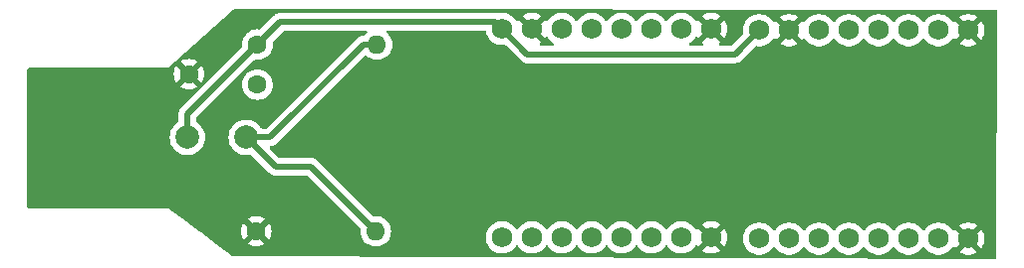
<source format=gbr>
%TF.GenerationSoftware,KiCad,Pcbnew,(7.0.0)*%
%TF.CreationDate,2023-12-29T11:59:30-08:00*%
%TF.ProjectId,MiniBadgeUSBmount,4d696e69-4261-4646-9765-5553426d6f75,rev?*%
%TF.SameCoordinates,Original*%
%TF.FileFunction,Copper,L2,Bot*%
%TF.FilePolarity,Positive*%
%FSLAX46Y46*%
G04 Gerber Fmt 4.6, Leading zero omitted, Abs format (unit mm)*
G04 Created by KiCad (PCBNEW (7.0.0)) date 2023-12-29 11:59:30*
%MOMM*%
%LPD*%
G01*
G04 APERTURE LIST*
%TA.AperFunction,ComponentPad*%
%ADD10C,1.750000*%
%TD*%
%TA.AperFunction,ComponentPad*%
%ADD11C,1.600000*%
%TD*%
%TA.AperFunction,ComponentPad*%
%ADD12O,1.600000X1.600000*%
%TD*%
%TA.AperFunction,ComponentPad*%
%ADD13C,2.000000*%
%TD*%
%TA.AperFunction,Conductor*%
%ADD14C,0.500000*%
%TD*%
G04 APERTURE END LIST*
D10*
%TO.P,MB1,1,+VBATT*%
%TO.N,+5V*%
X157870000Y-109555000D03*
%TO.P,MB1,2,GND*%
%TO.N,GND*%
X160410000Y-109555000D03*
%TO.P,MB1,3*%
%TO.N,N/C*%
X162950000Y-109555000D03*
%TO.P,MB1,4*%
X165490000Y-109555000D03*
%TO.P,MB1,5*%
X168030000Y-109555000D03*
%TO.P,MB1,6*%
X170570000Y-109555000D03*
%TO.P,MB1,7,+3V3*%
%TO.N,+3.3V*%
X173110000Y-109555000D03*
%TO.P,MB1,8,GND*%
%TO.N,GND*%
X175650000Y-109555000D03*
%TO.P,MB1,9,CLK*%
%TO.N,unconnected-(MB1-CLK-Pad9)*%
X157870000Y-127335000D03*
%TO.P,MB1,10,NC*%
%TO.N,unconnected-(MB1-NC-Pad10)*%
X160410000Y-127335000D03*
%TO.P,MB1,11*%
%TO.N,N/C*%
X162950000Y-127335000D03*
%TO.P,MB1,12*%
X165490000Y-127335000D03*
%TO.P,MB1,13*%
X168030000Y-127335000D03*
%TO.P,MB1,14*%
X170570000Y-127335000D03*
%TO.P,MB1,15,3V3+*%
%TO.N,+3.3V*%
X173110000Y-127335000D03*
%TO.P,MB1,16,GND*%
%TO.N,GND*%
X175650000Y-127335000D03*
%TD*%
%TO.P,MB2,1,+VBATT*%
%TO.N,+5V*%
X179730000Y-109660000D03*
%TO.P,MB2,2,GND*%
%TO.N,GND*%
X182270000Y-109660000D03*
%TO.P,MB2,3*%
%TO.N,N/C*%
X184810000Y-109660000D03*
%TO.P,MB2,4*%
X187350000Y-109660000D03*
%TO.P,MB2,5*%
X189890000Y-109660000D03*
%TO.P,MB2,6*%
X192430000Y-109660000D03*
%TO.P,MB2,7,+3V3*%
%TO.N,+3.3V*%
X194970000Y-109660000D03*
%TO.P,MB2,8,GND*%
%TO.N,GND*%
X197510000Y-109660000D03*
%TO.P,MB2,9,CLK*%
%TO.N,unconnected-(MB2-CLK-Pad9)*%
X179730000Y-127440000D03*
%TO.P,MB2,10,NC*%
%TO.N,unconnected-(MB2-NC-Pad10)*%
X182270000Y-127440000D03*
%TO.P,MB2,11*%
%TO.N,N/C*%
X184810000Y-127440000D03*
%TO.P,MB2,12*%
X187350000Y-127440000D03*
%TO.P,MB2,13*%
X189890000Y-127440000D03*
%TO.P,MB2,14*%
X192430000Y-127440000D03*
%TO.P,MB2,15,3V3+*%
%TO.N,+3.3V*%
X194970000Y-127440000D03*
%TO.P,MB2,16,GND*%
%TO.N,GND*%
X197510000Y-127440000D03*
%TD*%
D11*
%TO.P,R1,1*%
%TO.N,+5V*%
X137080000Y-110880000D03*
D12*
%TO.P,R1,2*%
%TO.N,+3.3V*%
X147239999Y-110879999D03*
%TD*%
D11*
%TO.P,,1*%
%TO.N,GND*%
X131270000Y-113410000D03*
%TD*%
%TO.P,R2,1*%
%TO.N,GND*%
X136990000Y-126810000D03*
D12*
%TO.P,R2,2*%
%TO.N,+3.3V*%
X147149999Y-126809999D03*
%TD*%
D11*
%TO.P,,1*%
%TO.N,N/C*%
X137080000Y-114300000D03*
%TD*%
D13*
%TO.P,C1,1*%
%TO.N,+5V*%
X131130000Y-118800000D03*
%TO.P,C1,2*%
%TO.N,+3.3V*%
X136130000Y-118800000D03*
%TD*%
D14*
%TO.N,+5V*%
X179730000Y-109660000D02*
X177680000Y-111710000D01*
X139020000Y-108940000D02*
X157255000Y-108940000D01*
X131130000Y-118800000D02*
X131130000Y-116830000D01*
X131130000Y-116830000D02*
X137080000Y-110880000D01*
X157255000Y-108940000D02*
X157870000Y-109555000D01*
X177680000Y-111710000D02*
X160025000Y-111710000D01*
X137080000Y-110880000D02*
X139020000Y-108940000D01*
X160025000Y-111710000D02*
X157870000Y-109555000D01*
%TO.N,+3.3V*%
X138190000Y-118800000D02*
X146110000Y-110880000D01*
X136130000Y-118800000D02*
X138190000Y-118800000D01*
X141640000Y-121300000D02*
X138630000Y-121300000D01*
X136130000Y-118800000D02*
X136220000Y-118890000D01*
X147150000Y-126810000D02*
X141640000Y-121300000D01*
X146110000Y-110880000D02*
X147240000Y-110880000D01*
X138630000Y-121300000D02*
X136130000Y-118800000D01*
%TD*%
%TA.AperFunction,Conductor*%
%TO.N,GND*%
G36*
X199845176Y-107910441D02*
G01*
X199907261Y-107927136D01*
X199952641Y-107972677D01*
X199969117Y-108034820D01*
X199904880Y-129025476D01*
X199888074Y-129087432D01*
X199842540Y-129132681D01*
X199780480Y-129149096D01*
X135041014Y-128939632D01*
X135002237Y-128933281D01*
X134967394Y-128915116D01*
X134832376Y-128814655D01*
X133587915Y-127888703D01*
X136268217Y-127888703D01*
X136275650Y-127896814D01*
X136333077Y-127937025D01*
X136342427Y-127942423D01*
X136538768Y-128033979D01*
X136548902Y-128037667D01*
X136758162Y-128093739D01*
X136768793Y-128095613D01*
X136984605Y-128114494D01*
X136995395Y-128114494D01*
X137211206Y-128095613D01*
X137221837Y-128093739D01*
X137431097Y-128037667D01*
X137441231Y-128033979D01*
X137637575Y-127942422D01*
X137646920Y-127937026D01*
X137704348Y-127896814D01*
X137711780Y-127888703D01*
X137705867Y-127879421D01*
X137001542Y-127175095D01*
X136990000Y-127168431D01*
X136978457Y-127175095D01*
X136274128Y-127879424D01*
X136268217Y-127888703D01*
X133587915Y-127888703D01*
X132273999Y-126911072D01*
X132145411Y-126815395D01*
X135685506Y-126815395D01*
X135704386Y-127031206D01*
X135706260Y-127041837D01*
X135762332Y-127251097D01*
X135766020Y-127261231D01*
X135857576Y-127457572D01*
X135862974Y-127466922D01*
X135903184Y-127524348D01*
X135911295Y-127531781D01*
X135920574Y-127525870D01*
X136624903Y-126821542D01*
X136631567Y-126810000D01*
X137348431Y-126810000D01*
X137355095Y-126821542D01*
X138059421Y-127525867D01*
X138068703Y-127531780D01*
X138076814Y-127524348D01*
X138117026Y-127466920D01*
X138122422Y-127457575D01*
X138213979Y-127261231D01*
X138217667Y-127251097D01*
X138273739Y-127041837D01*
X138275613Y-127031206D01*
X138294494Y-126815395D01*
X138294494Y-126804605D01*
X138275613Y-126588793D01*
X138273739Y-126578162D01*
X138217667Y-126368902D01*
X138213979Y-126358768D01*
X138122423Y-126162427D01*
X138117025Y-126153077D01*
X138076814Y-126095650D01*
X138068703Y-126088217D01*
X138059424Y-126094128D01*
X137355095Y-126798457D01*
X137348431Y-126810000D01*
X136631567Y-126810000D01*
X136624903Y-126798457D01*
X135920574Y-126094128D01*
X135911296Y-126088217D01*
X135903183Y-126095651D01*
X135862971Y-126153081D01*
X135857577Y-126162425D01*
X135766020Y-126358768D01*
X135762332Y-126368902D01*
X135706260Y-126578162D01*
X135704386Y-126588793D01*
X135685506Y-126804605D01*
X135685506Y-126815395D01*
X132145411Y-126815395D01*
X130688403Y-125731296D01*
X136268217Y-125731296D01*
X136274128Y-125740574D01*
X136978457Y-126444903D01*
X136989999Y-126451567D01*
X137001542Y-126444903D01*
X137705870Y-125740574D01*
X137711781Y-125731295D01*
X137704348Y-125723184D01*
X137646922Y-125682974D01*
X137637572Y-125677576D01*
X137441231Y-125586020D01*
X137431097Y-125582332D01*
X137221837Y-125526260D01*
X137211206Y-125524386D01*
X136995395Y-125505506D01*
X136984605Y-125505506D01*
X136768793Y-125524386D01*
X136758162Y-125526260D01*
X136548902Y-125582332D01*
X136538768Y-125586020D01*
X136342425Y-125677577D01*
X136333081Y-125682971D01*
X136275651Y-125723183D01*
X136268217Y-125731296D01*
X130688403Y-125731296D01*
X129540066Y-124876866D01*
X129540064Y-124876865D01*
X129530409Y-124869681D01*
X129530383Y-124869617D01*
X129530247Y-124869561D01*
X129530219Y-124869540D01*
X129530158Y-124869524D01*
X129530099Y-124869500D01*
X129530062Y-124869500D01*
X129529921Y-124869464D01*
X129529861Y-124869500D01*
X117654500Y-124869500D01*
X117592500Y-124852887D01*
X117547113Y-124807500D01*
X117530500Y-124745500D01*
X117530500Y-118800000D01*
X129624357Y-118800000D01*
X129624781Y-118805117D01*
X129644467Y-119042701D01*
X129644468Y-119042709D01*
X129644892Y-119047821D01*
X129646149Y-119052788D01*
X129646151Y-119052795D01*
X129704678Y-119283910D01*
X129705937Y-119288881D01*
X129707997Y-119293577D01*
X129803766Y-119511910D01*
X129803769Y-119511916D01*
X129805827Y-119516607D01*
X129808627Y-119520893D01*
X129808631Y-119520900D01*
X129827970Y-119550500D01*
X129941836Y-119724785D01*
X129945310Y-119728559D01*
X129945311Y-119728560D01*
X130106784Y-119903967D01*
X130106787Y-119903970D01*
X130110256Y-119907738D01*
X130306491Y-120060474D01*
X130525190Y-120178828D01*
X130760386Y-120259571D01*
X131005665Y-120300500D01*
X131249201Y-120300500D01*
X131254335Y-120300500D01*
X131499614Y-120259571D01*
X131734810Y-120178828D01*
X131953509Y-120060474D01*
X132149744Y-119907738D01*
X132318164Y-119724785D01*
X132454173Y-119516607D01*
X132554063Y-119288881D01*
X132615108Y-119047821D01*
X132635643Y-118800000D01*
X132615108Y-118552179D01*
X132554063Y-118311119D01*
X132454173Y-118083393D01*
X132408301Y-118013181D01*
X132320971Y-117879512D01*
X132318164Y-117875215D01*
X132149744Y-117692262D01*
X131953509Y-117539526D01*
X131945479Y-117535180D01*
X131897977Y-117489602D01*
X131880500Y-117426128D01*
X131880500Y-117192230D01*
X131889939Y-117144777D01*
X131916819Y-117104549D01*
X132767096Y-116254272D01*
X134721367Y-114300000D01*
X135774532Y-114300000D01*
X135775004Y-114305395D01*
X135790229Y-114479424D01*
X135794365Y-114526692D01*
X135795762Y-114531907D01*
X135795764Y-114531916D01*
X135851858Y-114741263D01*
X135851861Y-114741271D01*
X135853261Y-114746496D01*
X135949432Y-114952734D01*
X136079953Y-115139139D01*
X136240861Y-115300047D01*
X136427266Y-115430568D01*
X136633504Y-115526739D01*
X136853308Y-115585635D01*
X137080000Y-115605468D01*
X137306692Y-115585635D01*
X137526496Y-115526739D01*
X137732734Y-115430568D01*
X137919139Y-115300047D01*
X138080047Y-115139139D01*
X138210568Y-114952734D01*
X138306739Y-114746496D01*
X138365635Y-114526692D01*
X138385468Y-114300000D01*
X138365635Y-114073308D01*
X138361419Y-114057572D01*
X138308141Y-113858736D01*
X138308140Y-113858734D01*
X138306739Y-113853504D01*
X138210568Y-113647266D01*
X138080047Y-113460861D01*
X137919139Y-113299953D01*
X137732734Y-113169432D01*
X137526496Y-113073261D01*
X137521271Y-113071861D01*
X137521263Y-113071858D01*
X137311916Y-113015764D01*
X137311907Y-113015762D01*
X137306692Y-113014365D01*
X137301304Y-113013893D01*
X137301301Y-113013893D01*
X137085395Y-112995004D01*
X137080000Y-112994532D01*
X137074605Y-112995004D01*
X136858698Y-113013893D01*
X136858693Y-113013893D01*
X136853308Y-113014365D01*
X136848094Y-113015762D01*
X136848083Y-113015764D01*
X136638736Y-113071858D01*
X136638724Y-113071862D01*
X136633504Y-113073261D01*
X136628599Y-113075547D01*
X136628594Y-113075550D01*
X136432176Y-113167142D01*
X136432172Y-113167144D01*
X136427266Y-113169432D01*
X136422833Y-113172535D01*
X136422826Y-113172540D01*
X136245296Y-113296847D01*
X136245291Y-113296850D01*
X136240861Y-113299953D01*
X136237037Y-113303776D01*
X136237031Y-113303782D01*
X136083782Y-113457031D01*
X136083776Y-113457037D01*
X136079953Y-113460861D01*
X136076850Y-113465291D01*
X136076847Y-113465296D01*
X135952540Y-113642826D01*
X135952535Y-113642833D01*
X135949432Y-113647266D01*
X135947144Y-113652172D01*
X135947142Y-113652176D01*
X135855550Y-113848594D01*
X135855547Y-113848599D01*
X135853261Y-113853504D01*
X135851862Y-113858724D01*
X135851858Y-113858736D01*
X135795764Y-114068083D01*
X135795762Y-114068094D01*
X135794365Y-114073308D01*
X135793893Y-114078693D01*
X135793893Y-114078698D01*
X135789766Y-114125870D01*
X135774532Y-114300000D01*
X134721367Y-114300000D01*
X136814652Y-112206714D01*
X136859921Y-112177875D01*
X136913136Y-112170869D01*
X137080000Y-112185468D01*
X137306692Y-112165635D01*
X137526496Y-112106739D01*
X137732734Y-112010568D01*
X137919139Y-111880047D01*
X138080047Y-111719139D01*
X138210568Y-111532734D01*
X138306739Y-111326496D01*
X138365635Y-111106692D01*
X138385468Y-110880000D01*
X138370869Y-110713136D01*
X138377875Y-110659921D01*
X138406714Y-110614652D01*
X139294547Y-109726819D01*
X139334776Y-109699939D01*
X139382229Y-109690500D01*
X146290952Y-109690500D01*
X146347247Y-109704015D01*
X146391270Y-109741615D01*
X146413425Y-109795102D01*
X146408883Y-109852818D01*
X146378633Y-109902181D01*
X146243782Y-110037031D01*
X146243776Y-110037037D01*
X146239953Y-110040861D01*
X146236852Y-110045289D01*
X146236845Y-110045298D01*
X146217620Y-110072755D01*
X146178046Y-110109018D01*
X146126854Y-110125159D01*
X146096298Y-110127832D01*
X146082632Y-110129028D01*
X146071827Y-110129500D01*
X146066291Y-110129500D01*
X146062730Y-110129916D01*
X146062715Y-110129917D01*
X146035484Y-110133100D01*
X146031900Y-110133466D01*
X145964395Y-110139372D01*
X145964389Y-110139373D01*
X145957202Y-110140002D01*
X145950351Y-110142271D01*
X145946949Y-110142974D01*
X145946619Y-110143027D01*
X145946300Y-110143118D01*
X145942912Y-110143920D01*
X145935745Y-110144759D01*
X145928968Y-110147225D01*
X145928957Y-110147228D01*
X145865270Y-110170407D01*
X145861869Y-110171589D01*
X145797516Y-110192914D01*
X145797503Y-110192920D01*
X145790665Y-110195186D01*
X145784531Y-110198968D01*
X145781356Y-110200449D01*
X145781064Y-110200569D01*
X145780772Y-110200733D01*
X145777662Y-110202294D01*
X145770883Y-110204763D01*
X145764852Y-110208729D01*
X145764853Y-110208729D01*
X145708236Y-110245965D01*
X145705199Y-110247900D01*
X145647486Y-110283499D01*
X145647477Y-110283505D01*
X145641344Y-110287289D01*
X145636245Y-110292386D01*
X145633506Y-110294553D01*
X145633242Y-110294743D01*
X145632995Y-110294970D01*
X145630331Y-110297205D01*
X145624304Y-110301170D01*
X145619355Y-110306414D01*
X145619353Y-110306417D01*
X145572832Y-110355726D01*
X145570320Y-110358311D01*
X137915451Y-118013181D01*
X137875223Y-118040061D01*
X137827770Y-118049500D01*
X137499136Y-118049500D01*
X137440118Y-118034555D01*
X137395327Y-117993321D01*
X137320969Y-117879507D01*
X137320963Y-117879499D01*
X137318164Y-117875215D01*
X137314696Y-117871448D01*
X137314694Y-117871445D01*
X137153215Y-117696032D01*
X137153211Y-117696029D01*
X137149744Y-117692262D01*
X136953509Y-117539526D01*
X136945484Y-117535183D01*
X136739316Y-117423610D01*
X136739310Y-117423607D01*
X136734810Y-117421172D01*
X136729969Y-117419510D01*
X136729962Y-117419507D01*
X136504465Y-117342094D01*
X136504461Y-117342093D01*
X136499614Y-117340429D01*
X136490768Y-117338952D01*
X136259398Y-117300344D01*
X136259387Y-117300343D01*
X136254335Y-117299500D01*
X136005665Y-117299500D01*
X136000613Y-117300343D01*
X136000601Y-117300344D01*
X135765443Y-117339585D01*
X135765441Y-117339585D01*
X135760386Y-117340429D01*
X135755541Y-117342092D01*
X135755534Y-117342094D01*
X135530037Y-117419507D01*
X135530026Y-117419511D01*
X135525190Y-117421172D01*
X135520693Y-117423605D01*
X135520683Y-117423610D01*
X135311002Y-117537084D01*
X135310995Y-117537088D01*
X135306491Y-117539526D01*
X135302448Y-117542672D01*
X135302440Y-117542678D01*
X135114304Y-117689111D01*
X135110256Y-117692262D01*
X135106793Y-117696023D01*
X135106784Y-117696032D01*
X134945311Y-117871439D01*
X134945305Y-117871446D01*
X134941836Y-117875215D01*
X134939031Y-117879506D01*
X134939028Y-117879512D01*
X134808631Y-118079099D01*
X134808624Y-118079111D01*
X134805827Y-118083393D01*
X134803772Y-118088077D01*
X134803766Y-118088089D01*
X134707997Y-118306422D01*
X134705937Y-118311119D01*
X134704679Y-118316084D01*
X134704678Y-118316089D01*
X134646151Y-118547204D01*
X134646149Y-118547213D01*
X134644892Y-118552179D01*
X134644468Y-118557288D01*
X134644467Y-118557298D01*
X134624781Y-118794883D01*
X134624357Y-118800000D01*
X134624781Y-118805117D01*
X134644467Y-119042701D01*
X134644468Y-119042709D01*
X134644892Y-119047821D01*
X134646149Y-119052788D01*
X134646151Y-119052795D01*
X134704678Y-119283910D01*
X134705937Y-119288881D01*
X134707997Y-119293577D01*
X134803766Y-119511910D01*
X134803769Y-119511916D01*
X134805827Y-119516607D01*
X134808627Y-119520893D01*
X134808631Y-119520900D01*
X134827970Y-119550500D01*
X134941836Y-119724785D01*
X134945310Y-119728559D01*
X134945311Y-119728560D01*
X135106784Y-119903967D01*
X135106787Y-119903970D01*
X135110256Y-119907738D01*
X135306491Y-120060474D01*
X135525190Y-120178828D01*
X135760386Y-120259571D01*
X136005665Y-120300500D01*
X136249201Y-120300500D01*
X136254335Y-120300500D01*
X136461158Y-120265988D01*
X136519397Y-120270209D01*
X136569248Y-120300616D01*
X138054270Y-121785638D01*
X138066052Y-121799271D01*
X138080390Y-121818530D01*
X138085917Y-121823167D01*
X138085922Y-121823173D01*
X138118337Y-121850372D01*
X138126313Y-121857681D01*
X138130223Y-121861591D01*
X138154556Y-121880831D01*
X138157310Y-121883073D01*
X138214786Y-121931302D01*
X138221245Y-121934546D01*
X138224134Y-121936446D01*
X138224413Y-121936648D01*
X138224713Y-121936815D01*
X138227654Y-121938629D01*
X138233323Y-121943111D01*
X138301321Y-121974819D01*
X138304534Y-121976374D01*
X138371567Y-122010040D01*
X138378594Y-122011705D01*
X138381835Y-122012885D01*
X138382164Y-122013021D01*
X138382498Y-122013116D01*
X138385778Y-122014202D01*
X138392327Y-122017257D01*
X138465894Y-122032447D01*
X138469257Y-122033193D01*
X138542279Y-122050500D01*
X138549510Y-122050500D01*
X138552933Y-122050900D01*
X138553285Y-122050957D01*
X138553626Y-122050972D01*
X138557069Y-122051273D01*
X138564144Y-122052734D01*
X138639129Y-122050552D01*
X138642737Y-122050500D01*
X141277770Y-122050500D01*
X141325223Y-122059939D01*
X141365451Y-122086819D01*
X145823282Y-126544650D01*
X145852123Y-126589920D01*
X145859129Y-126643137D01*
X145847262Y-126778797D01*
X145844532Y-126810000D01*
X145845004Y-126815395D01*
X145859104Y-126976567D01*
X145864365Y-127036692D01*
X145865762Y-127041907D01*
X145865764Y-127041916D01*
X145921858Y-127251263D01*
X145921861Y-127251271D01*
X145923261Y-127256496D01*
X146019432Y-127462734D01*
X146149953Y-127649139D01*
X146310861Y-127810047D01*
X146497266Y-127940568D01*
X146703504Y-128036739D01*
X146708734Y-128038140D01*
X146708736Y-128038141D01*
X146909641Y-128091973D01*
X146923308Y-128095635D01*
X147150000Y-128115468D01*
X147376692Y-128095635D01*
X147596496Y-128036739D01*
X147802734Y-127940568D01*
X147989139Y-127810047D01*
X148150047Y-127649139D01*
X148280568Y-127462734D01*
X148340132Y-127335000D01*
X156489786Y-127335000D01*
X156490210Y-127340117D01*
X156508185Y-127557057D01*
X156508186Y-127557066D01*
X156508610Y-127562176D01*
X156509867Y-127567143D01*
X156509869Y-127567150D01*
X156543536Y-127700095D01*
X156564570Y-127783155D01*
X156566630Y-127787851D01*
X156654077Y-127987212D01*
X156654080Y-127987218D01*
X156656138Y-127991909D01*
X156658938Y-127996195D01*
X156658942Y-127996202D01*
X156745469Y-128128641D01*
X156780817Y-128182745D01*
X156784291Y-128186519D01*
X156784292Y-128186520D01*
X156880951Y-128291520D01*
X156935206Y-128350456D01*
X157115094Y-128490469D01*
X157119601Y-128492908D01*
X157119604Y-128492910D01*
X157247401Y-128562070D01*
X157315574Y-128598963D01*
X157531177Y-128672980D01*
X157756023Y-128710500D01*
X157978844Y-128710500D01*
X157983977Y-128710500D01*
X158208823Y-128672980D01*
X158424426Y-128598963D01*
X158624906Y-128490469D01*
X158804794Y-128350456D01*
X158959183Y-128182745D01*
X159036191Y-128064874D01*
X159080982Y-128023641D01*
X159140000Y-128008696D01*
X159199018Y-128023641D01*
X159243808Y-128064874D01*
X159320817Y-128182745D01*
X159324291Y-128186519D01*
X159324292Y-128186520D01*
X159420951Y-128291520D01*
X159475206Y-128350456D01*
X159655094Y-128490469D01*
X159659601Y-128492908D01*
X159659604Y-128492910D01*
X159787401Y-128562070D01*
X159855574Y-128598963D01*
X160071177Y-128672980D01*
X160296023Y-128710500D01*
X160518844Y-128710500D01*
X160523977Y-128710500D01*
X160748823Y-128672980D01*
X160964426Y-128598963D01*
X161164906Y-128490469D01*
X161344794Y-128350456D01*
X161499183Y-128182745D01*
X161576191Y-128064874D01*
X161620982Y-128023641D01*
X161680000Y-128008696D01*
X161739018Y-128023641D01*
X161783808Y-128064874D01*
X161860817Y-128182745D01*
X161864291Y-128186519D01*
X161864292Y-128186520D01*
X161960951Y-128291520D01*
X162015206Y-128350456D01*
X162195094Y-128490469D01*
X162199601Y-128492908D01*
X162199604Y-128492910D01*
X162327401Y-128562070D01*
X162395574Y-128598963D01*
X162611177Y-128672980D01*
X162836023Y-128710500D01*
X163058844Y-128710500D01*
X163063977Y-128710500D01*
X163288823Y-128672980D01*
X163504426Y-128598963D01*
X163704906Y-128490469D01*
X163884794Y-128350456D01*
X164039183Y-128182745D01*
X164116191Y-128064874D01*
X164160982Y-128023641D01*
X164220000Y-128008696D01*
X164279018Y-128023641D01*
X164323808Y-128064874D01*
X164400817Y-128182745D01*
X164404291Y-128186519D01*
X164404292Y-128186520D01*
X164500951Y-128291520D01*
X164555206Y-128350456D01*
X164735094Y-128490469D01*
X164739601Y-128492908D01*
X164739604Y-128492910D01*
X164867401Y-128562070D01*
X164935574Y-128598963D01*
X165151177Y-128672980D01*
X165376023Y-128710500D01*
X165598844Y-128710500D01*
X165603977Y-128710500D01*
X165828823Y-128672980D01*
X166044426Y-128598963D01*
X166244906Y-128490469D01*
X166424794Y-128350456D01*
X166579183Y-128182745D01*
X166656191Y-128064874D01*
X166700982Y-128023641D01*
X166760000Y-128008696D01*
X166819018Y-128023641D01*
X166863808Y-128064874D01*
X166940817Y-128182745D01*
X166944291Y-128186519D01*
X166944292Y-128186520D01*
X167040951Y-128291520D01*
X167095206Y-128350456D01*
X167275094Y-128490469D01*
X167279601Y-128492908D01*
X167279604Y-128492910D01*
X167407401Y-128562070D01*
X167475574Y-128598963D01*
X167691177Y-128672980D01*
X167916023Y-128710500D01*
X168138844Y-128710500D01*
X168143977Y-128710500D01*
X168368823Y-128672980D01*
X168584426Y-128598963D01*
X168784906Y-128490469D01*
X168964794Y-128350456D01*
X169119183Y-128182745D01*
X169196191Y-128064874D01*
X169240982Y-128023641D01*
X169300000Y-128008696D01*
X169359018Y-128023641D01*
X169403808Y-128064874D01*
X169480817Y-128182745D01*
X169484291Y-128186519D01*
X169484292Y-128186520D01*
X169580951Y-128291520D01*
X169635206Y-128350456D01*
X169815094Y-128490469D01*
X169819601Y-128492908D01*
X169819604Y-128492910D01*
X169947401Y-128562070D01*
X170015574Y-128598963D01*
X170231177Y-128672980D01*
X170456023Y-128710500D01*
X170678844Y-128710500D01*
X170683977Y-128710500D01*
X170908823Y-128672980D01*
X171124426Y-128598963D01*
X171324906Y-128490469D01*
X171504794Y-128350456D01*
X171659183Y-128182745D01*
X171736191Y-128064874D01*
X171780982Y-128023641D01*
X171840000Y-128008696D01*
X171899018Y-128023641D01*
X171943808Y-128064874D01*
X172020817Y-128182745D01*
X172024291Y-128186519D01*
X172024292Y-128186520D01*
X172120951Y-128291520D01*
X172175206Y-128350456D01*
X172355094Y-128490469D01*
X172359601Y-128492908D01*
X172359604Y-128492910D01*
X172487401Y-128562070D01*
X172555574Y-128598963D01*
X172771177Y-128672980D01*
X172996023Y-128710500D01*
X173218844Y-128710500D01*
X173223977Y-128710500D01*
X173448823Y-128672980D01*
X173664426Y-128598963D01*
X173864906Y-128490469D01*
X173892262Y-128469177D01*
X174874822Y-128469177D01*
X174882927Y-128480365D01*
X174891317Y-128486895D01*
X174899883Y-128492491D01*
X175091269Y-128596064D01*
X175100623Y-128600167D01*
X175306447Y-128670826D01*
X175316359Y-128673337D01*
X175531002Y-128709155D01*
X175541197Y-128710000D01*
X175758803Y-128710000D01*
X175768997Y-128709155D01*
X175983640Y-128673337D01*
X175993552Y-128670826D01*
X176199376Y-128600167D01*
X176208730Y-128596064D01*
X176400114Y-128492493D01*
X176408682Y-128486895D01*
X176417072Y-128480365D01*
X176425176Y-128469176D01*
X176418516Y-128457070D01*
X175661542Y-127700095D01*
X175649999Y-127693431D01*
X175638457Y-127700095D01*
X174881483Y-128457069D01*
X174874822Y-128469177D01*
X173892262Y-128469177D01*
X174044794Y-128350456D01*
X174199183Y-128182745D01*
X174276492Y-128064413D01*
X174321280Y-128023184D01*
X174380298Y-128008238D01*
X174439316Y-128023183D01*
X174484107Y-128064417D01*
X174509307Y-128102989D01*
X174517274Y-128110713D01*
X174526654Y-128104790D01*
X175284903Y-127346542D01*
X175291567Y-127335000D01*
X176008431Y-127335000D01*
X176015095Y-127346542D01*
X176773344Y-128104790D01*
X176782724Y-128110713D01*
X176790691Y-128102988D01*
X176860615Y-127995963D01*
X176865480Y-127986973D01*
X176952896Y-127787684D01*
X176956212Y-127778027D01*
X177009636Y-127567064D01*
X177011318Y-127556976D01*
X177021011Y-127440000D01*
X178349786Y-127440000D01*
X178350210Y-127445117D01*
X178368185Y-127662057D01*
X178368186Y-127662066D01*
X178368610Y-127667176D01*
X178369867Y-127672143D01*
X178369869Y-127672150D01*
X178422358Y-127879421D01*
X178424570Y-127888155D01*
X178426630Y-127892851D01*
X178514077Y-128092212D01*
X178514080Y-128092218D01*
X178516138Y-128096909D01*
X178518938Y-128101195D01*
X178518942Y-128101202D01*
X178593756Y-128215713D01*
X178640817Y-128287745D01*
X178644291Y-128291519D01*
X178644292Y-128291520D01*
X178698546Y-128350456D01*
X178795206Y-128455456D01*
X178975094Y-128595469D01*
X178979601Y-128597908D01*
X178979604Y-128597910D01*
X178981550Y-128598963D01*
X179175574Y-128703963D01*
X179391177Y-128777980D01*
X179616023Y-128815500D01*
X179838844Y-128815500D01*
X179843977Y-128815500D01*
X180068823Y-128777980D01*
X180284426Y-128703963D01*
X180484906Y-128595469D01*
X180664794Y-128455456D01*
X180819183Y-128287745D01*
X180896191Y-128169874D01*
X180940982Y-128128641D01*
X181000000Y-128113696D01*
X181059018Y-128128641D01*
X181103808Y-128169874D01*
X181180817Y-128287745D01*
X181184291Y-128291519D01*
X181184292Y-128291520D01*
X181238546Y-128350456D01*
X181335206Y-128455456D01*
X181515094Y-128595469D01*
X181519601Y-128597908D01*
X181519604Y-128597910D01*
X181521550Y-128598963D01*
X181715574Y-128703963D01*
X181931177Y-128777980D01*
X182156023Y-128815500D01*
X182378844Y-128815500D01*
X182383977Y-128815500D01*
X182608823Y-128777980D01*
X182824426Y-128703963D01*
X183024906Y-128595469D01*
X183204794Y-128455456D01*
X183359183Y-128287745D01*
X183436191Y-128169874D01*
X183480982Y-128128641D01*
X183540000Y-128113696D01*
X183599018Y-128128641D01*
X183643808Y-128169874D01*
X183720817Y-128287745D01*
X183724291Y-128291519D01*
X183724292Y-128291520D01*
X183778546Y-128350456D01*
X183875206Y-128455456D01*
X184055094Y-128595469D01*
X184059601Y-128597908D01*
X184059604Y-128597910D01*
X184061550Y-128598963D01*
X184255574Y-128703963D01*
X184471177Y-128777980D01*
X184696023Y-128815500D01*
X184918844Y-128815500D01*
X184923977Y-128815500D01*
X185148823Y-128777980D01*
X185364426Y-128703963D01*
X185564906Y-128595469D01*
X185744794Y-128455456D01*
X185899183Y-128287745D01*
X185976191Y-128169874D01*
X186020982Y-128128641D01*
X186080000Y-128113696D01*
X186139018Y-128128641D01*
X186183808Y-128169874D01*
X186260817Y-128287745D01*
X186264291Y-128291519D01*
X186264292Y-128291520D01*
X186318546Y-128350456D01*
X186415206Y-128455456D01*
X186595094Y-128595469D01*
X186599601Y-128597908D01*
X186599604Y-128597910D01*
X186601550Y-128598963D01*
X186795574Y-128703963D01*
X187011177Y-128777980D01*
X187236023Y-128815500D01*
X187458844Y-128815500D01*
X187463977Y-128815500D01*
X187688823Y-128777980D01*
X187904426Y-128703963D01*
X188104906Y-128595469D01*
X188284794Y-128455456D01*
X188439183Y-128287745D01*
X188516191Y-128169874D01*
X188560982Y-128128641D01*
X188620000Y-128113696D01*
X188679018Y-128128641D01*
X188723808Y-128169874D01*
X188800817Y-128287745D01*
X188804291Y-128291519D01*
X188804292Y-128291520D01*
X188858546Y-128350456D01*
X188955206Y-128455456D01*
X189135094Y-128595469D01*
X189139601Y-128597908D01*
X189139604Y-128597910D01*
X189141550Y-128598963D01*
X189335574Y-128703963D01*
X189551177Y-128777980D01*
X189776023Y-128815500D01*
X189998844Y-128815500D01*
X190003977Y-128815500D01*
X190228823Y-128777980D01*
X190444426Y-128703963D01*
X190644906Y-128595469D01*
X190824794Y-128455456D01*
X190979183Y-128287745D01*
X191056191Y-128169874D01*
X191100982Y-128128641D01*
X191160000Y-128113696D01*
X191219018Y-128128641D01*
X191263808Y-128169874D01*
X191340817Y-128287745D01*
X191344291Y-128291519D01*
X191344292Y-128291520D01*
X191398546Y-128350456D01*
X191495206Y-128455456D01*
X191675094Y-128595469D01*
X191679601Y-128597908D01*
X191679604Y-128597910D01*
X191681550Y-128598963D01*
X191875574Y-128703963D01*
X192091177Y-128777980D01*
X192316023Y-128815500D01*
X192538844Y-128815500D01*
X192543977Y-128815500D01*
X192768823Y-128777980D01*
X192984426Y-128703963D01*
X193184906Y-128595469D01*
X193364794Y-128455456D01*
X193519183Y-128287745D01*
X193596191Y-128169874D01*
X193640982Y-128128641D01*
X193700000Y-128113696D01*
X193759018Y-128128641D01*
X193803808Y-128169874D01*
X193880817Y-128287745D01*
X193884291Y-128291519D01*
X193884292Y-128291520D01*
X193938546Y-128350456D01*
X194035206Y-128455456D01*
X194215094Y-128595469D01*
X194219601Y-128597908D01*
X194219604Y-128597910D01*
X194221550Y-128598963D01*
X194415574Y-128703963D01*
X194631177Y-128777980D01*
X194856023Y-128815500D01*
X195078844Y-128815500D01*
X195083977Y-128815500D01*
X195308823Y-128777980D01*
X195524426Y-128703963D01*
X195724906Y-128595469D01*
X195752262Y-128574177D01*
X196734822Y-128574177D01*
X196742927Y-128585365D01*
X196751317Y-128591895D01*
X196759883Y-128597491D01*
X196951269Y-128701064D01*
X196960623Y-128705167D01*
X197166447Y-128775826D01*
X197176359Y-128778337D01*
X197391002Y-128814155D01*
X197401197Y-128815000D01*
X197618803Y-128815000D01*
X197628997Y-128814155D01*
X197843640Y-128778337D01*
X197853552Y-128775826D01*
X198059376Y-128705167D01*
X198068730Y-128701064D01*
X198260114Y-128597493D01*
X198268682Y-128591895D01*
X198277072Y-128585365D01*
X198285176Y-128574176D01*
X198278516Y-128562070D01*
X197521542Y-127805095D01*
X197510000Y-127798431D01*
X197498457Y-127805095D01*
X196741483Y-128562069D01*
X196734822Y-128574177D01*
X195752262Y-128574177D01*
X195904794Y-128455456D01*
X196059183Y-128287745D01*
X196136492Y-128169413D01*
X196181280Y-128128184D01*
X196240298Y-128113238D01*
X196299316Y-128128183D01*
X196344107Y-128169417D01*
X196369307Y-128207989D01*
X196377274Y-128215713D01*
X196386654Y-128209790D01*
X197144903Y-127451542D01*
X197151567Y-127440000D01*
X197151566Y-127439998D01*
X197868431Y-127439998D01*
X197875095Y-127451541D01*
X198633343Y-128209789D01*
X198642724Y-128215713D01*
X198650691Y-128207988D01*
X198720615Y-128100963D01*
X198725480Y-128091973D01*
X198812896Y-127892684D01*
X198816212Y-127883027D01*
X198869636Y-127672064D01*
X198871318Y-127661976D01*
X198889288Y-127445117D01*
X198889288Y-127434883D01*
X198871318Y-127218023D01*
X198869636Y-127207935D01*
X198816212Y-126996972D01*
X198812896Y-126987315D01*
X198725480Y-126788026D01*
X198720614Y-126779036D01*
X198650691Y-126672009D01*
X198642724Y-126664285D01*
X198633344Y-126670208D01*
X197875095Y-127428456D01*
X197868431Y-127439998D01*
X197151566Y-127439998D01*
X197144903Y-127428457D01*
X196386654Y-126670208D01*
X196377274Y-126664285D01*
X196369306Y-126672010D01*
X196344106Y-126710583D01*
X196299315Y-126751816D01*
X196240297Y-126766761D01*
X196181280Y-126751815D01*
X196136490Y-126710583D01*
X196059183Y-126592255D01*
X196050947Y-126583308D01*
X195908262Y-126428311D01*
X195908260Y-126428309D01*
X195904794Y-126424544D01*
X195752259Y-126305821D01*
X196734822Y-126305821D01*
X196741482Y-126317928D01*
X197498457Y-127074903D01*
X197510000Y-127081567D01*
X197521542Y-127074903D01*
X198278515Y-126317929D01*
X198285175Y-126305822D01*
X198277069Y-126294632D01*
X198268677Y-126288100D01*
X198260120Y-126282509D01*
X198068730Y-126178935D01*
X198059376Y-126174832D01*
X197853552Y-126104173D01*
X197843640Y-126101662D01*
X197628997Y-126065844D01*
X197618803Y-126065000D01*
X197401197Y-126065000D01*
X197391002Y-126065844D01*
X197176359Y-126101662D01*
X197166447Y-126104173D01*
X196960623Y-126174832D01*
X196951269Y-126178935D01*
X196759881Y-126282508D01*
X196751320Y-126288101D01*
X196742927Y-126294634D01*
X196734822Y-126305821D01*
X195752259Y-126305821D01*
X195724906Y-126284531D01*
X195720401Y-126282093D01*
X195720395Y-126282089D01*
X195528932Y-126178475D01*
X195528926Y-126178472D01*
X195524426Y-126176037D01*
X195519585Y-126174375D01*
X195519578Y-126174372D01*
X195313676Y-126103686D01*
X195313675Y-126103685D01*
X195308823Y-126102020D01*
X195303773Y-126101177D01*
X195303764Y-126101175D01*
X195089039Y-126065344D01*
X195089030Y-126065343D01*
X195083977Y-126064500D01*
X194856023Y-126064500D01*
X194850970Y-126065343D01*
X194850960Y-126065344D01*
X194636235Y-126101175D01*
X194636223Y-126101177D01*
X194631177Y-126102020D01*
X194626327Y-126103684D01*
X194626323Y-126103686D01*
X194420421Y-126174372D01*
X194420410Y-126174376D01*
X194415574Y-126176037D01*
X194411077Y-126178470D01*
X194411067Y-126178475D01*
X194219604Y-126282089D01*
X194219592Y-126282096D01*
X194215094Y-126284531D01*
X194211051Y-126287677D01*
X194211046Y-126287681D01*
X194039247Y-126421398D01*
X194039241Y-126421402D01*
X194035206Y-126424544D01*
X194031745Y-126428303D01*
X194031737Y-126428311D01*
X193884292Y-126588479D01*
X193884286Y-126588486D01*
X193880817Y-126592255D01*
X193847574Y-126643137D01*
X193803809Y-126710125D01*
X193759017Y-126751358D01*
X193700000Y-126766303D01*
X193640983Y-126751358D01*
X193596191Y-126710125D01*
X193572613Y-126674036D01*
X193519183Y-126592255D01*
X193510947Y-126583308D01*
X193368262Y-126428311D01*
X193368260Y-126428309D01*
X193364794Y-126424544D01*
X193184906Y-126284531D01*
X193180401Y-126282093D01*
X193180395Y-126282089D01*
X192988932Y-126178475D01*
X192988926Y-126178472D01*
X192984426Y-126176037D01*
X192979585Y-126174375D01*
X192979578Y-126174372D01*
X192773676Y-126103686D01*
X192773675Y-126103685D01*
X192768823Y-126102020D01*
X192763773Y-126101177D01*
X192763764Y-126101175D01*
X192549039Y-126065344D01*
X192549030Y-126065343D01*
X192543977Y-126064500D01*
X192316023Y-126064500D01*
X192310970Y-126065343D01*
X192310960Y-126065344D01*
X192096235Y-126101175D01*
X192096223Y-126101177D01*
X192091177Y-126102020D01*
X192086327Y-126103684D01*
X192086323Y-126103686D01*
X191880421Y-126174372D01*
X191880410Y-126174376D01*
X191875574Y-126176037D01*
X191871077Y-126178470D01*
X191871067Y-126178475D01*
X191679604Y-126282089D01*
X191679592Y-126282096D01*
X191675094Y-126284531D01*
X191671051Y-126287677D01*
X191671046Y-126287681D01*
X191499247Y-126421398D01*
X191499241Y-126421402D01*
X191495206Y-126424544D01*
X191491745Y-126428303D01*
X191491737Y-126428311D01*
X191344292Y-126588479D01*
X191344286Y-126588486D01*
X191340817Y-126592255D01*
X191307574Y-126643137D01*
X191263809Y-126710125D01*
X191219017Y-126751358D01*
X191160000Y-126766303D01*
X191100983Y-126751358D01*
X191056191Y-126710125D01*
X191032613Y-126674036D01*
X190979183Y-126592255D01*
X190970947Y-126583308D01*
X190828262Y-126428311D01*
X190828260Y-126428309D01*
X190824794Y-126424544D01*
X190644906Y-126284531D01*
X190640401Y-126282093D01*
X190640395Y-126282089D01*
X190448932Y-126178475D01*
X190448926Y-126178472D01*
X190444426Y-126176037D01*
X190439585Y-126174375D01*
X190439578Y-126174372D01*
X190233676Y-126103686D01*
X190233675Y-126103685D01*
X190228823Y-126102020D01*
X190223773Y-126101177D01*
X190223764Y-126101175D01*
X190009039Y-126065344D01*
X190009030Y-126065343D01*
X190003977Y-126064500D01*
X189776023Y-126064500D01*
X189770970Y-126065343D01*
X189770960Y-126065344D01*
X189556235Y-126101175D01*
X189556223Y-126101177D01*
X189551177Y-126102020D01*
X189546327Y-126103684D01*
X189546323Y-126103686D01*
X189340421Y-126174372D01*
X189340410Y-126174376D01*
X189335574Y-126176037D01*
X189331077Y-126178470D01*
X189331067Y-126178475D01*
X189139604Y-126282089D01*
X189139592Y-126282096D01*
X189135094Y-126284531D01*
X189131051Y-126287677D01*
X189131046Y-126287681D01*
X188959247Y-126421398D01*
X188959241Y-126421402D01*
X188955206Y-126424544D01*
X188951745Y-126428303D01*
X188951737Y-126428311D01*
X188804292Y-126588479D01*
X188804286Y-126588486D01*
X188800817Y-126592255D01*
X188767574Y-126643137D01*
X188723809Y-126710125D01*
X188679017Y-126751358D01*
X188620000Y-126766303D01*
X188560983Y-126751358D01*
X188516191Y-126710125D01*
X188492613Y-126674036D01*
X188439183Y-126592255D01*
X188430947Y-126583308D01*
X188288262Y-126428311D01*
X188288260Y-126428309D01*
X188284794Y-126424544D01*
X188104906Y-126284531D01*
X188100401Y-126282093D01*
X188100395Y-126282089D01*
X187908932Y-126178475D01*
X187908926Y-126178472D01*
X187904426Y-126176037D01*
X187899585Y-126174375D01*
X187899578Y-126174372D01*
X187693676Y-126103686D01*
X187693675Y-126103685D01*
X187688823Y-126102020D01*
X187683773Y-126101177D01*
X187683764Y-126101175D01*
X187469039Y-126065344D01*
X187469030Y-126065343D01*
X187463977Y-126064500D01*
X187236023Y-126064500D01*
X187230970Y-126065343D01*
X187230960Y-126065344D01*
X187016235Y-126101175D01*
X187016223Y-126101177D01*
X187011177Y-126102020D01*
X187006327Y-126103684D01*
X187006323Y-126103686D01*
X186800421Y-126174372D01*
X186800410Y-126174376D01*
X186795574Y-126176037D01*
X186791077Y-126178470D01*
X186791067Y-126178475D01*
X186599604Y-126282089D01*
X186599592Y-126282096D01*
X186595094Y-126284531D01*
X186591051Y-126287677D01*
X186591046Y-126287681D01*
X186419247Y-126421398D01*
X186419241Y-126421402D01*
X186415206Y-126424544D01*
X186411745Y-126428303D01*
X186411737Y-126428311D01*
X186264292Y-126588479D01*
X186264286Y-126588486D01*
X186260817Y-126592255D01*
X186227574Y-126643137D01*
X186183809Y-126710125D01*
X186139017Y-126751358D01*
X186080000Y-126766303D01*
X186020983Y-126751358D01*
X185976191Y-126710125D01*
X185952613Y-126674036D01*
X185899183Y-126592255D01*
X185890947Y-126583308D01*
X185748262Y-126428311D01*
X185748260Y-126428309D01*
X185744794Y-126424544D01*
X185564906Y-126284531D01*
X185560401Y-126282093D01*
X185560395Y-126282089D01*
X185368932Y-126178475D01*
X185368926Y-126178472D01*
X185364426Y-126176037D01*
X185359585Y-126174375D01*
X185359578Y-126174372D01*
X185153676Y-126103686D01*
X185153675Y-126103685D01*
X185148823Y-126102020D01*
X185143773Y-126101177D01*
X185143764Y-126101175D01*
X184929039Y-126065344D01*
X184929030Y-126065343D01*
X184923977Y-126064500D01*
X184696023Y-126064500D01*
X184690970Y-126065343D01*
X184690960Y-126065344D01*
X184476235Y-126101175D01*
X184476223Y-126101177D01*
X184471177Y-126102020D01*
X184466327Y-126103684D01*
X184466323Y-126103686D01*
X184260421Y-126174372D01*
X184260410Y-126174376D01*
X184255574Y-126176037D01*
X184251077Y-126178470D01*
X184251067Y-126178475D01*
X184059604Y-126282089D01*
X184059592Y-126282096D01*
X184055094Y-126284531D01*
X184051051Y-126287677D01*
X184051046Y-126287681D01*
X183879247Y-126421398D01*
X183879241Y-126421402D01*
X183875206Y-126424544D01*
X183871745Y-126428303D01*
X183871737Y-126428311D01*
X183724292Y-126588479D01*
X183724286Y-126588486D01*
X183720817Y-126592255D01*
X183687574Y-126643137D01*
X183643809Y-126710125D01*
X183599017Y-126751358D01*
X183540000Y-126766303D01*
X183480983Y-126751358D01*
X183436191Y-126710125D01*
X183412613Y-126674036D01*
X183359183Y-126592255D01*
X183350947Y-126583308D01*
X183208262Y-126428311D01*
X183208260Y-126428309D01*
X183204794Y-126424544D01*
X183024906Y-126284531D01*
X183020401Y-126282093D01*
X183020395Y-126282089D01*
X182828932Y-126178475D01*
X182828926Y-126178472D01*
X182824426Y-126176037D01*
X182819585Y-126174375D01*
X182819578Y-126174372D01*
X182613676Y-126103686D01*
X182613675Y-126103685D01*
X182608823Y-126102020D01*
X182603773Y-126101177D01*
X182603764Y-126101175D01*
X182389039Y-126065344D01*
X182389030Y-126065343D01*
X182383977Y-126064500D01*
X182156023Y-126064500D01*
X182150970Y-126065343D01*
X182150960Y-126065344D01*
X181936235Y-126101175D01*
X181936223Y-126101177D01*
X181931177Y-126102020D01*
X181926327Y-126103684D01*
X181926323Y-126103686D01*
X181720421Y-126174372D01*
X181720410Y-126174376D01*
X181715574Y-126176037D01*
X181711077Y-126178470D01*
X181711067Y-126178475D01*
X181519604Y-126282089D01*
X181519592Y-126282096D01*
X181515094Y-126284531D01*
X181511051Y-126287677D01*
X181511046Y-126287681D01*
X181339247Y-126421398D01*
X181339241Y-126421402D01*
X181335206Y-126424544D01*
X181331745Y-126428303D01*
X181331737Y-126428311D01*
X181184292Y-126588479D01*
X181184286Y-126588486D01*
X181180817Y-126592255D01*
X181147574Y-126643137D01*
X181103809Y-126710125D01*
X181059017Y-126751358D01*
X181000000Y-126766303D01*
X180940983Y-126751358D01*
X180896191Y-126710125D01*
X180872613Y-126674036D01*
X180819183Y-126592255D01*
X180810947Y-126583308D01*
X180668262Y-126428311D01*
X180668260Y-126428309D01*
X180664794Y-126424544D01*
X180484906Y-126284531D01*
X180480401Y-126282093D01*
X180480395Y-126282089D01*
X180288932Y-126178475D01*
X180288926Y-126178472D01*
X180284426Y-126176037D01*
X180279585Y-126174375D01*
X180279578Y-126174372D01*
X180073676Y-126103686D01*
X180073675Y-126103685D01*
X180068823Y-126102020D01*
X180063773Y-126101177D01*
X180063764Y-126101175D01*
X179849039Y-126065344D01*
X179849030Y-126065343D01*
X179843977Y-126064500D01*
X179616023Y-126064500D01*
X179610970Y-126065343D01*
X179610960Y-126065344D01*
X179396235Y-126101175D01*
X179396223Y-126101177D01*
X179391177Y-126102020D01*
X179386327Y-126103684D01*
X179386323Y-126103686D01*
X179180421Y-126174372D01*
X179180410Y-126174376D01*
X179175574Y-126176037D01*
X179171077Y-126178470D01*
X179171067Y-126178475D01*
X178979604Y-126282089D01*
X178979592Y-126282096D01*
X178975094Y-126284531D01*
X178971051Y-126287677D01*
X178971046Y-126287681D01*
X178799247Y-126421398D01*
X178799241Y-126421402D01*
X178795206Y-126424544D01*
X178791745Y-126428303D01*
X178791737Y-126428311D01*
X178644292Y-126588479D01*
X178644286Y-126588486D01*
X178640817Y-126592255D01*
X178638012Y-126596546D01*
X178638009Y-126596552D01*
X178518942Y-126778797D01*
X178518935Y-126778809D01*
X178516138Y-126783091D01*
X178514083Y-126787775D01*
X178514077Y-126787787D01*
X178426630Y-126987148D01*
X178424570Y-126991845D01*
X178423312Y-126996810D01*
X178423311Y-126996815D01*
X178369869Y-127207849D01*
X178369867Y-127207858D01*
X178368610Y-127212824D01*
X178368186Y-127217931D01*
X178368185Y-127217942D01*
X178358910Y-127329883D01*
X178349786Y-127440000D01*
X177021011Y-127440000D01*
X177029288Y-127340117D01*
X177029288Y-127329883D01*
X177011318Y-127113023D01*
X177009636Y-127102935D01*
X176956212Y-126891972D01*
X176952896Y-126882315D01*
X176865480Y-126683026D01*
X176860614Y-126674036D01*
X176790691Y-126567009D01*
X176782724Y-126559285D01*
X176773344Y-126565208D01*
X176015095Y-127323457D01*
X176008431Y-127335000D01*
X175291567Y-127335000D01*
X175284903Y-127323457D01*
X174526654Y-126565208D01*
X174517274Y-126559285D01*
X174509306Y-126567010D01*
X174484106Y-126605583D01*
X174439315Y-126646816D01*
X174380297Y-126661761D01*
X174321280Y-126646815D01*
X174276490Y-126605583D01*
X174199183Y-126487255D01*
X174144921Y-126428311D01*
X174048262Y-126323311D01*
X174048260Y-126323309D01*
X174044794Y-126319544D01*
X173892259Y-126200821D01*
X174874822Y-126200821D01*
X174881482Y-126212928D01*
X175638457Y-126969903D01*
X175650000Y-126976567D01*
X175661542Y-126969903D01*
X176418515Y-126212929D01*
X176425175Y-126200822D01*
X176417069Y-126189632D01*
X176408677Y-126183100D01*
X176400120Y-126177509D01*
X176208730Y-126073935D01*
X176199376Y-126069832D01*
X175993552Y-125999173D01*
X175983640Y-125996662D01*
X175768997Y-125960844D01*
X175758803Y-125960000D01*
X175541197Y-125960000D01*
X175531002Y-125960844D01*
X175316359Y-125996662D01*
X175306447Y-125999173D01*
X175100623Y-126069832D01*
X175091269Y-126073935D01*
X174899881Y-126177508D01*
X174891320Y-126183101D01*
X174882927Y-126189634D01*
X174874822Y-126200821D01*
X173892259Y-126200821D01*
X173864906Y-126179531D01*
X173860401Y-126177093D01*
X173860395Y-126177089D01*
X173668932Y-126073475D01*
X173668926Y-126073472D01*
X173664426Y-126071037D01*
X173659585Y-126069375D01*
X173659578Y-126069372D01*
X173453676Y-125998686D01*
X173453675Y-125998685D01*
X173448823Y-125997020D01*
X173443773Y-125996177D01*
X173443764Y-125996175D01*
X173229039Y-125960344D01*
X173229030Y-125960343D01*
X173223977Y-125959500D01*
X172996023Y-125959500D01*
X172990970Y-125960343D01*
X172990960Y-125960344D01*
X172776235Y-125996175D01*
X172776223Y-125996177D01*
X172771177Y-125997020D01*
X172766327Y-125998684D01*
X172766323Y-125998686D01*
X172560421Y-126069372D01*
X172560410Y-126069376D01*
X172555574Y-126071037D01*
X172551077Y-126073470D01*
X172551067Y-126073475D01*
X172359604Y-126177089D01*
X172359592Y-126177096D01*
X172355094Y-126179531D01*
X172351051Y-126182677D01*
X172351046Y-126182681D01*
X172179247Y-126316398D01*
X172179241Y-126316402D01*
X172175206Y-126319544D01*
X172171745Y-126323303D01*
X172171737Y-126323311D01*
X172024292Y-126483479D01*
X172024286Y-126483486D01*
X172020817Y-126487255D01*
X172018012Y-126491547D01*
X172018013Y-126491547D01*
X171943809Y-126605125D01*
X171899017Y-126646358D01*
X171840000Y-126661303D01*
X171780983Y-126646358D01*
X171736191Y-126605125D01*
X171725316Y-126588479D01*
X171659183Y-126487255D01*
X171604921Y-126428311D01*
X171508262Y-126323311D01*
X171508260Y-126323309D01*
X171504794Y-126319544D01*
X171324906Y-126179531D01*
X171320401Y-126177093D01*
X171320395Y-126177089D01*
X171128932Y-126073475D01*
X171128926Y-126073472D01*
X171124426Y-126071037D01*
X171119585Y-126069375D01*
X171119578Y-126069372D01*
X170913676Y-125998686D01*
X170913675Y-125998685D01*
X170908823Y-125997020D01*
X170903773Y-125996177D01*
X170903764Y-125996175D01*
X170689039Y-125960344D01*
X170689030Y-125960343D01*
X170683977Y-125959500D01*
X170456023Y-125959500D01*
X170450970Y-125960343D01*
X170450960Y-125960344D01*
X170236235Y-125996175D01*
X170236223Y-125996177D01*
X170231177Y-125997020D01*
X170226327Y-125998684D01*
X170226323Y-125998686D01*
X170020421Y-126069372D01*
X170020410Y-126069376D01*
X170015574Y-126071037D01*
X170011077Y-126073470D01*
X170011067Y-126073475D01*
X169819604Y-126177089D01*
X169819592Y-126177096D01*
X169815094Y-126179531D01*
X169811051Y-126182677D01*
X169811046Y-126182681D01*
X169639247Y-126316398D01*
X169639241Y-126316402D01*
X169635206Y-126319544D01*
X169631745Y-126323303D01*
X169631737Y-126323311D01*
X169484292Y-126483479D01*
X169484286Y-126483486D01*
X169480817Y-126487255D01*
X169478012Y-126491547D01*
X169478013Y-126491547D01*
X169403809Y-126605125D01*
X169359017Y-126646358D01*
X169300000Y-126661303D01*
X169240983Y-126646358D01*
X169196191Y-126605125D01*
X169185316Y-126588479D01*
X169119183Y-126487255D01*
X169064921Y-126428311D01*
X168968262Y-126323311D01*
X168968260Y-126323309D01*
X168964794Y-126319544D01*
X168784906Y-126179531D01*
X168780401Y-126177093D01*
X168780395Y-126177089D01*
X168588932Y-126073475D01*
X168588926Y-126073472D01*
X168584426Y-126071037D01*
X168579585Y-126069375D01*
X168579578Y-126069372D01*
X168373676Y-125998686D01*
X168373675Y-125998685D01*
X168368823Y-125997020D01*
X168363773Y-125996177D01*
X168363764Y-125996175D01*
X168149039Y-125960344D01*
X168149030Y-125960343D01*
X168143977Y-125959500D01*
X167916023Y-125959500D01*
X167910970Y-125960343D01*
X167910960Y-125960344D01*
X167696235Y-125996175D01*
X167696223Y-125996177D01*
X167691177Y-125997020D01*
X167686327Y-125998684D01*
X167686323Y-125998686D01*
X167480421Y-126069372D01*
X167480410Y-126069376D01*
X167475574Y-126071037D01*
X167471077Y-126073470D01*
X167471067Y-126073475D01*
X167279604Y-126177089D01*
X167279592Y-126177096D01*
X167275094Y-126179531D01*
X167271051Y-126182677D01*
X167271046Y-126182681D01*
X167099247Y-126316398D01*
X167099241Y-126316402D01*
X167095206Y-126319544D01*
X167091745Y-126323303D01*
X167091737Y-126323311D01*
X166944292Y-126483479D01*
X166944286Y-126483486D01*
X166940817Y-126487255D01*
X166938012Y-126491547D01*
X166938013Y-126491547D01*
X166863809Y-126605125D01*
X166819017Y-126646358D01*
X166760000Y-126661303D01*
X166700983Y-126646358D01*
X166656191Y-126605125D01*
X166645316Y-126588479D01*
X166579183Y-126487255D01*
X166524921Y-126428311D01*
X166428262Y-126323311D01*
X166428260Y-126323309D01*
X166424794Y-126319544D01*
X166244906Y-126179531D01*
X166240401Y-126177093D01*
X166240395Y-126177089D01*
X166048932Y-126073475D01*
X166048926Y-126073472D01*
X166044426Y-126071037D01*
X166039585Y-126069375D01*
X166039578Y-126069372D01*
X165833676Y-125998686D01*
X165833675Y-125998685D01*
X165828823Y-125997020D01*
X165823773Y-125996177D01*
X165823764Y-125996175D01*
X165609039Y-125960344D01*
X165609030Y-125960343D01*
X165603977Y-125959500D01*
X165376023Y-125959500D01*
X165370970Y-125960343D01*
X165370960Y-125960344D01*
X165156235Y-125996175D01*
X165156223Y-125996177D01*
X165151177Y-125997020D01*
X165146327Y-125998684D01*
X165146323Y-125998686D01*
X164940421Y-126069372D01*
X164940410Y-126069376D01*
X164935574Y-126071037D01*
X164931077Y-126073470D01*
X164931067Y-126073475D01*
X164739604Y-126177089D01*
X164739592Y-126177096D01*
X164735094Y-126179531D01*
X164731051Y-126182677D01*
X164731046Y-126182681D01*
X164559247Y-126316398D01*
X164559241Y-126316402D01*
X164555206Y-126319544D01*
X164551745Y-126323303D01*
X164551737Y-126323311D01*
X164404292Y-126483479D01*
X164404286Y-126483486D01*
X164400817Y-126487255D01*
X164398012Y-126491547D01*
X164398013Y-126491547D01*
X164323809Y-126605125D01*
X164279017Y-126646358D01*
X164220000Y-126661303D01*
X164160983Y-126646358D01*
X164116191Y-126605125D01*
X164105316Y-126588479D01*
X164039183Y-126487255D01*
X163984921Y-126428311D01*
X163888262Y-126323311D01*
X163888260Y-126323309D01*
X163884794Y-126319544D01*
X163704906Y-126179531D01*
X163700401Y-126177093D01*
X163700395Y-126177089D01*
X163508932Y-126073475D01*
X163508926Y-126073472D01*
X163504426Y-126071037D01*
X163499585Y-126069375D01*
X163499578Y-126069372D01*
X163293676Y-125998686D01*
X163293675Y-125998685D01*
X163288823Y-125997020D01*
X163283773Y-125996177D01*
X163283764Y-125996175D01*
X163069039Y-125960344D01*
X163069030Y-125960343D01*
X163063977Y-125959500D01*
X162836023Y-125959500D01*
X162830970Y-125960343D01*
X162830960Y-125960344D01*
X162616235Y-125996175D01*
X162616223Y-125996177D01*
X162611177Y-125997020D01*
X162606327Y-125998684D01*
X162606323Y-125998686D01*
X162400421Y-126069372D01*
X162400410Y-126069376D01*
X162395574Y-126071037D01*
X162391077Y-126073470D01*
X162391067Y-126073475D01*
X162199604Y-126177089D01*
X162199592Y-126177096D01*
X162195094Y-126179531D01*
X162191051Y-126182677D01*
X162191046Y-126182681D01*
X162019247Y-126316398D01*
X162019241Y-126316402D01*
X162015206Y-126319544D01*
X162011745Y-126323303D01*
X162011737Y-126323311D01*
X161864292Y-126483479D01*
X161864286Y-126483486D01*
X161860817Y-126487255D01*
X161858012Y-126491547D01*
X161858013Y-126491547D01*
X161783809Y-126605125D01*
X161739017Y-126646358D01*
X161680000Y-126661303D01*
X161620983Y-126646358D01*
X161576191Y-126605125D01*
X161565316Y-126588479D01*
X161499183Y-126487255D01*
X161444921Y-126428311D01*
X161348262Y-126323311D01*
X161348260Y-126323309D01*
X161344794Y-126319544D01*
X161164906Y-126179531D01*
X161160401Y-126177093D01*
X161160395Y-126177089D01*
X160968932Y-126073475D01*
X160968926Y-126073472D01*
X160964426Y-126071037D01*
X160959585Y-126069375D01*
X160959578Y-126069372D01*
X160753676Y-125998686D01*
X160753675Y-125998685D01*
X160748823Y-125997020D01*
X160743773Y-125996177D01*
X160743764Y-125996175D01*
X160529039Y-125960344D01*
X160529030Y-125960343D01*
X160523977Y-125959500D01*
X160296023Y-125959500D01*
X160290970Y-125960343D01*
X160290960Y-125960344D01*
X160076235Y-125996175D01*
X160076223Y-125996177D01*
X160071177Y-125997020D01*
X160066327Y-125998684D01*
X160066323Y-125998686D01*
X159860421Y-126069372D01*
X159860410Y-126069376D01*
X159855574Y-126071037D01*
X159851077Y-126073470D01*
X159851067Y-126073475D01*
X159659604Y-126177089D01*
X159659592Y-126177096D01*
X159655094Y-126179531D01*
X159651051Y-126182677D01*
X159651046Y-126182681D01*
X159479247Y-126316398D01*
X159479241Y-126316402D01*
X159475206Y-126319544D01*
X159471745Y-126323303D01*
X159471737Y-126323311D01*
X159324292Y-126483479D01*
X159324286Y-126483486D01*
X159320817Y-126487255D01*
X159318012Y-126491547D01*
X159318013Y-126491547D01*
X159243809Y-126605125D01*
X159199017Y-126646358D01*
X159140000Y-126661303D01*
X159080983Y-126646358D01*
X159036191Y-126605125D01*
X159025316Y-126588479D01*
X158959183Y-126487255D01*
X158904921Y-126428311D01*
X158808262Y-126323311D01*
X158808260Y-126323309D01*
X158804794Y-126319544D01*
X158624906Y-126179531D01*
X158620401Y-126177093D01*
X158620395Y-126177089D01*
X158428932Y-126073475D01*
X158428926Y-126073472D01*
X158424426Y-126071037D01*
X158419585Y-126069375D01*
X158419578Y-126069372D01*
X158213676Y-125998686D01*
X158213675Y-125998685D01*
X158208823Y-125997020D01*
X158203773Y-125996177D01*
X158203764Y-125996175D01*
X157989039Y-125960344D01*
X157989030Y-125960343D01*
X157983977Y-125959500D01*
X157756023Y-125959500D01*
X157750970Y-125960343D01*
X157750960Y-125960344D01*
X157536235Y-125996175D01*
X157536223Y-125996177D01*
X157531177Y-125997020D01*
X157526327Y-125998684D01*
X157526323Y-125998686D01*
X157320421Y-126069372D01*
X157320410Y-126069376D01*
X157315574Y-126071037D01*
X157311077Y-126073470D01*
X157311067Y-126073475D01*
X157119604Y-126177089D01*
X157119592Y-126177096D01*
X157115094Y-126179531D01*
X157111051Y-126182677D01*
X157111046Y-126182681D01*
X156939247Y-126316398D01*
X156939241Y-126316402D01*
X156935206Y-126319544D01*
X156931745Y-126323303D01*
X156931737Y-126323311D01*
X156784292Y-126483479D01*
X156784286Y-126483486D01*
X156780817Y-126487255D01*
X156778012Y-126491546D01*
X156778009Y-126491552D01*
X156658942Y-126673797D01*
X156658935Y-126673809D01*
X156656138Y-126678091D01*
X156654083Y-126682775D01*
X156654077Y-126682787D01*
X156566630Y-126882148D01*
X156564570Y-126886845D01*
X156563312Y-126891810D01*
X156563311Y-126891815D01*
X156509869Y-127102849D01*
X156509867Y-127102858D01*
X156508610Y-127107824D01*
X156508186Y-127112931D01*
X156508185Y-127112942D01*
X156495884Y-127261405D01*
X156489786Y-127335000D01*
X148340132Y-127335000D01*
X148376739Y-127256496D01*
X148435635Y-127036692D01*
X148455468Y-126810000D01*
X148435635Y-126583308D01*
X148376739Y-126363504D01*
X148280568Y-126157266D01*
X148150047Y-125970861D01*
X147989139Y-125809953D01*
X147865219Y-125723184D01*
X147807173Y-125682540D01*
X147807171Y-125682539D01*
X147802734Y-125679432D01*
X147596496Y-125583261D01*
X147591271Y-125581861D01*
X147591263Y-125581858D01*
X147381916Y-125525764D01*
X147381907Y-125525762D01*
X147376692Y-125524365D01*
X147371304Y-125523893D01*
X147371301Y-125523893D01*
X147155395Y-125505004D01*
X147150000Y-125504532D01*
X147144605Y-125505004D01*
X147144603Y-125505004D01*
X146983137Y-125519129D01*
X146929920Y-125512123D01*
X146884650Y-125483282D01*
X142215729Y-120814361D01*
X142203947Y-120800727D01*
X142193925Y-120787265D01*
X142193921Y-120787261D01*
X142189610Y-120781470D01*
X142151667Y-120749631D01*
X142143691Y-120742323D01*
X142142329Y-120740961D01*
X142142329Y-120740960D01*
X142139777Y-120738409D01*
X142136953Y-120736176D01*
X142136944Y-120736168D01*
X142115445Y-120719170D01*
X142112674Y-120716913D01*
X142055214Y-120668698D01*
X142048760Y-120665456D01*
X142045859Y-120663548D01*
X142045588Y-120663352D01*
X142045292Y-120663187D01*
X142042339Y-120661366D01*
X142036677Y-120656889D01*
X142030134Y-120653838D01*
X142030131Y-120653836D01*
X141968692Y-120625186D01*
X141965446Y-120623615D01*
X141904884Y-120593200D01*
X141904885Y-120593200D01*
X141898433Y-120589960D01*
X141891409Y-120588295D01*
X141888151Y-120587109D01*
X141887832Y-120586977D01*
X141887504Y-120586884D01*
X141884218Y-120585795D01*
X141877673Y-120582743D01*
X141870604Y-120581283D01*
X141870600Y-120581282D01*
X141804212Y-120567574D01*
X141800691Y-120566794D01*
X141734741Y-120551163D01*
X141734734Y-120551162D01*
X141727721Y-120549500D01*
X141720510Y-120549500D01*
X141717061Y-120549097D01*
X141716727Y-120549043D01*
X141716374Y-120549028D01*
X141712929Y-120548726D01*
X141705856Y-120547266D01*
X141698638Y-120547476D01*
X141630870Y-120549448D01*
X141627263Y-120549500D01*
X138992229Y-120549500D01*
X138944776Y-120540061D01*
X138904548Y-120513181D01*
X138153133Y-119761766D01*
X138123336Y-119713770D01*
X138117923Y-119657537D01*
X138138018Y-119604739D01*
X138179449Y-119566334D01*
X138232921Y-119550500D01*
X138233709Y-119550500D01*
X138264550Y-119546894D01*
X138268031Y-119546539D01*
X138342797Y-119539999D01*
X138349653Y-119537726D01*
X138353043Y-119537027D01*
X138353375Y-119536973D01*
X138353728Y-119536873D01*
X138357071Y-119536080D01*
X138364255Y-119535241D01*
X138434760Y-119509579D01*
X138438118Y-119508412D01*
X138509334Y-119484814D01*
X138515486Y-119481018D01*
X138518607Y-119479564D01*
X138518929Y-119479430D01*
X138519238Y-119479258D01*
X138522315Y-119477712D01*
X138529117Y-119475237D01*
X138591837Y-119433984D01*
X138594732Y-119432140D01*
X138658656Y-119392712D01*
X138663763Y-119387603D01*
X138666476Y-119385459D01*
X138666758Y-119385254D01*
X138667029Y-119385007D01*
X138669658Y-119382800D01*
X138675696Y-119378830D01*
X138727186Y-119324252D01*
X138729631Y-119321735D01*
X146198409Y-111852956D01*
X146253996Y-111820863D01*
X146318184Y-111820863D01*
X146373771Y-111852956D01*
X146400861Y-111880047D01*
X146587266Y-112010568D01*
X146793504Y-112106739D01*
X146798734Y-112108140D01*
X146798736Y-112108141D01*
X147008083Y-112164235D01*
X147013308Y-112165635D01*
X147240000Y-112185468D01*
X147466692Y-112165635D01*
X147686496Y-112106739D01*
X147892734Y-112010568D01*
X148079139Y-111880047D01*
X148240047Y-111719139D01*
X148370568Y-111532734D01*
X148466739Y-111326496D01*
X148525635Y-111106692D01*
X148545468Y-110880000D01*
X148525635Y-110653308D01*
X148466739Y-110433504D01*
X148370568Y-110227266D01*
X148240047Y-110040861D01*
X148101367Y-109902180D01*
X148071117Y-109852818D01*
X148066575Y-109795102D01*
X148088730Y-109741615D01*
X148132753Y-109704015D01*
X148189048Y-109690500D01*
X156388881Y-109690500D01*
X156441801Y-109702360D01*
X156484599Y-109735670D01*
X156509086Y-109784058D01*
X156564570Y-110003155D01*
X156566630Y-110007851D01*
X156654077Y-110207212D01*
X156654080Y-110207218D01*
X156656138Y-110211909D01*
X156658938Y-110216195D01*
X156658942Y-110216202D01*
X156745469Y-110348641D01*
X156780817Y-110402745D01*
X156784291Y-110406519D01*
X156784292Y-110406520D01*
X156880951Y-110511520D01*
X156935206Y-110570456D01*
X157115094Y-110710469D01*
X157119599Y-110712907D01*
X157119604Y-110712910D01*
X157247401Y-110782070D01*
X157315574Y-110818963D01*
X157531177Y-110892980D01*
X157756023Y-110930500D01*
X157978844Y-110930500D01*
X157983977Y-110930500D01*
X158092553Y-110912381D01*
X158150790Y-110916601D01*
X158200641Y-110947009D01*
X159449267Y-112195634D01*
X159461049Y-112209267D01*
X159471077Y-112222738D01*
X159471081Y-112222742D01*
X159475390Y-112228530D01*
X159513352Y-112260384D01*
X159521314Y-112267681D01*
X159525223Y-112271590D01*
X159528055Y-112273829D01*
X159528065Y-112273838D01*
X159549542Y-112290819D01*
X159552298Y-112293063D01*
X159609786Y-112341302D01*
X159616245Y-112344546D01*
X159619134Y-112346446D01*
X159619417Y-112346650D01*
X159619710Y-112346814D01*
X159622659Y-112348632D01*
X159628323Y-112353111D01*
X159696357Y-112384835D01*
X159699483Y-112386348D01*
X159766567Y-112420040D01*
X159773597Y-112421705D01*
X159776831Y-112422883D01*
X159777163Y-112423020D01*
X159777493Y-112423114D01*
X159780781Y-112424203D01*
X159787327Y-112427256D01*
X159860862Y-112442439D01*
X159864223Y-112443184D01*
X159937279Y-112460500D01*
X159944509Y-112460500D01*
X159947949Y-112460902D01*
X159948286Y-112460956D01*
X159948640Y-112460972D01*
X159952066Y-112461271D01*
X159959144Y-112462733D01*
X160034110Y-112460552D01*
X160037717Y-112460500D01*
X177616293Y-112460500D01*
X177634264Y-112461809D01*
X177638160Y-112462379D01*
X177658023Y-112465289D01*
X177707368Y-112460972D01*
X177718176Y-112460500D01*
X177720100Y-112460500D01*
X177723709Y-112460500D01*
X177754550Y-112456894D01*
X177758031Y-112456539D01*
X177832797Y-112449999D01*
X177839653Y-112447726D01*
X177843043Y-112447027D01*
X177843375Y-112446973D01*
X177843728Y-112446873D01*
X177847071Y-112446080D01*
X177854255Y-112445241D01*
X177924760Y-112419579D01*
X177928118Y-112418412D01*
X177999334Y-112394814D01*
X178005486Y-112391018D01*
X178008607Y-112389564D01*
X178008929Y-112389430D01*
X178009238Y-112389258D01*
X178012315Y-112387712D01*
X178019117Y-112385237D01*
X178081837Y-112343984D01*
X178084732Y-112342140D01*
X178148656Y-112302712D01*
X178153763Y-112297603D01*
X178156476Y-112295459D01*
X178156758Y-112295254D01*
X178157029Y-112295007D01*
X178159659Y-112292799D01*
X178165696Y-112288830D01*
X178217185Y-112234253D01*
X178219630Y-112231736D01*
X179399359Y-111052007D01*
X179449208Y-111021601D01*
X179507444Y-111017381D01*
X179616023Y-111035500D01*
X179838844Y-111035500D01*
X179843977Y-111035500D01*
X180068823Y-110997980D01*
X180284426Y-110923963D01*
X180484906Y-110815469D01*
X180512262Y-110794177D01*
X181494822Y-110794177D01*
X181502927Y-110805365D01*
X181511317Y-110811895D01*
X181519883Y-110817491D01*
X181711269Y-110921064D01*
X181720623Y-110925167D01*
X181926447Y-110995826D01*
X181936359Y-110998337D01*
X182151002Y-111034155D01*
X182161197Y-111035000D01*
X182378803Y-111035000D01*
X182388997Y-111034155D01*
X182603640Y-110998337D01*
X182613552Y-110995826D01*
X182819376Y-110925167D01*
X182828730Y-110921064D01*
X183020114Y-110817493D01*
X183028682Y-110811895D01*
X183037072Y-110805365D01*
X183045176Y-110794176D01*
X183038516Y-110782070D01*
X182281542Y-110025095D01*
X182270000Y-110018431D01*
X182258457Y-110025095D01*
X181501483Y-110782069D01*
X181494822Y-110794177D01*
X180512262Y-110794177D01*
X180664794Y-110675456D01*
X180819183Y-110507745D01*
X180896492Y-110389413D01*
X180941280Y-110348184D01*
X181000298Y-110333238D01*
X181059316Y-110348183D01*
X181104107Y-110389417D01*
X181129307Y-110427989D01*
X181137274Y-110435713D01*
X181146654Y-110429790D01*
X181904903Y-109671542D01*
X181911567Y-109660000D01*
X182628431Y-109660000D01*
X182635095Y-109671542D01*
X183393344Y-110429790D01*
X183402724Y-110435713D01*
X183410690Y-110427990D01*
X183435890Y-110389418D01*
X183480681Y-110348184D01*
X183539699Y-110333238D01*
X183598717Y-110348183D01*
X183643508Y-110389416D01*
X183673756Y-110435713D01*
X183720817Y-110507745D01*
X183724291Y-110511519D01*
X183724292Y-110511520D01*
X183778546Y-110570456D01*
X183875206Y-110675456D01*
X184055094Y-110815469D01*
X184059601Y-110817908D01*
X184059604Y-110817910D01*
X184234172Y-110912381D01*
X184255574Y-110923963D01*
X184471177Y-110997980D01*
X184696023Y-111035500D01*
X184918844Y-111035500D01*
X184923977Y-111035500D01*
X185148823Y-110997980D01*
X185364426Y-110923963D01*
X185564906Y-110815469D01*
X185744794Y-110675456D01*
X185899183Y-110507745D01*
X185976191Y-110389874D01*
X186020982Y-110348641D01*
X186080000Y-110333696D01*
X186139018Y-110348641D01*
X186183808Y-110389874D01*
X186260817Y-110507745D01*
X186264291Y-110511519D01*
X186264292Y-110511520D01*
X186318546Y-110570456D01*
X186415206Y-110675456D01*
X186595094Y-110815469D01*
X186599601Y-110817908D01*
X186599604Y-110817910D01*
X186774172Y-110912381D01*
X186795574Y-110923963D01*
X187011177Y-110997980D01*
X187236023Y-111035500D01*
X187458844Y-111035500D01*
X187463977Y-111035500D01*
X187688823Y-110997980D01*
X187904426Y-110923963D01*
X188104906Y-110815469D01*
X188284794Y-110675456D01*
X188439183Y-110507745D01*
X188516191Y-110389874D01*
X188560982Y-110348641D01*
X188620000Y-110333696D01*
X188679018Y-110348641D01*
X188723808Y-110389874D01*
X188800817Y-110507745D01*
X188804291Y-110511519D01*
X188804292Y-110511520D01*
X188858546Y-110570456D01*
X188955206Y-110675456D01*
X189135094Y-110815469D01*
X189139601Y-110817908D01*
X189139604Y-110817910D01*
X189314172Y-110912381D01*
X189335574Y-110923963D01*
X189551177Y-110997980D01*
X189776023Y-111035500D01*
X189998844Y-111035500D01*
X190003977Y-111035500D01*
X190228823Y-110997980D01*
X190444426Y-110923963D01*
X190644906Y-110815469D01*
X190824794Y-110675456D01*
X190979183Y-110507745D01*
X191056191Y-110389874D01*
X191100982Y-110348641D01*
X191160000Y-110333696D01*
X191219018Y-110348641D01*
X191263808Y-110389874D01*
X191340817Y-110507745D01*
X191344291Y-110511519D01*
X191344292Y-110511520D01*
X191398546Y-110570456D01*
X191495206Y-110675456D01*
X191675094Y-110815469D01*
X191679601Y-110817908D01*
X191679604Y-110817910D01*
X191854172Y-110912381D01*
X191875574Y-110923963D01*
X192091177Y-110997980D01*
X192316023Y-111035500D01*
X192538844Y-111035500D01*
X192543977Y-111035500D01*
X192768823Y-110997980D01*
X192984426Y-110923963D01*
X193184906Y-110815469D01*
X193364794Y-110675456D01*
X193519183Y-110507745D01*
X193596191Y-110389874D01*
X193640982Y-110348641D01*
X193700000Y-110333696D01*
X193759018Y-110348641D01*
X193803808Y-110389874D01*
X193880817Y-110507745D01*
X193884291Y-110511519D01*
X193884292Y-110511520D01*
X193938546Y-110570456D01*
X194035206Y-110675456D01*
X194215094Y-110815469D01*
X194219601Y-110817908D01*
X194219604Y-110817910D01*
X194394172Y-110912381D01*
X194415574Y-110923963D01*
X194631177Y-110997980D01*
X194856023Y-111035500D01*
X195078844Y-111035500D01*
X195083977Y-111035500D01*
X195308823Y-110997980D01*
X195524426Y-110923963D01*
X195724906Y-110815469D01*
X195752262Y-110794177D01*
X196734822Y-110794177D01*
X196742927Y-110805365D01*
X196751317Y-110811895D01*
X196759883Y-110817491D01*
X196951269Y-110921064D01*
X196960623Y-110925167D01*
X197166447Y-110995826D01*
X197176359Y-110998337D01*
X197391002Y-111034155D01*
X197401197Y-111035000D01*
X197618803Y-111035000D01*
X197628997Y-111034155D01*
X197843640Y-110998337D01*
X197853552Y-110995826D01*
X198059376Y-110925167D01*
X198068730Y-110921064D01*
X198260114Y-110817493D01*
X198268682Y-110811895D01*
X198277072Y-110805365D01*
X198285176Y-110794176D01*
X198278516Y-110782070D01*
X197521542Y-110025095D01*
X197510000Y-110018431D01*
X197498457Y-110025095D01*
X196741483Y-110782069D01*
X196734822Y-110794177D01*
X195752262Y-110794177D01*
X195904794Y-110675456D01*
X196059183Y-110507745D01*
X196136492Y-110389413D01*
X196181280Y-110348184D01*
X196240298Y-110333238D01*
X196299316Y-110348183D01*
X196344107Y-110389417D01*
X196369307Y-110427989D01*
X196377274Y-110435713D01*
X196386654Y-110429790D01*
X197144903Y-109671542D01*
X197151567Y-109660000D01*
X197868431Y-109660000D01*
X197875095Y-109671542D01*
X198633344Y-110429790D01*
X198642724Y-110435713D01*
X198650691Y-110427988D01*
X198720615Y-110320963D01*
X198725480Y-110311973D01*
X198812896Y-110112684D01*
X198816212Y-110103027D01*
X198869636Y-109892064D01*
X198871318Y-109881976D01*
X198889288Y-109665117D01*
X198889288Y-109654883D01*
X198871318Y-109438023D01*
X198869636Y-109427935D01*
X198816212Y-109216972D01*
X198812896Y-109207315D01*
X198725480Y-109008026D01*
X198720614Y-108999036D01*
X198650691Y-108892009D01*
X198642724Y-108884285D01*
X198633344Y-108890208D01*
X197875095Y-109648457D01*
X197868431Y-109660000D01*
X197151567Y-109660000D01*
X197144903Y-109648457D01*
X196386654Y-108890208D01*
X196377274Y-108884285D01*
X196369306Y-108892010D01*
X196344106Y-108930583D01*
X196299315Y-108971816D01*
X196240297Y-108986761D01*
X196181280Y-108971815D01*
X196136490Y-108930583D01*
X196059183Y-108812255D01*
X196035942Y-108787009D01*
X195908262Y-108648311D01*
X195908260Y-108648309D01*
X195904794Y-108644544D01*
X195752259Y-108525821D01*
X196734822Y-108525821D01*
X196741482Y-108537928D01*
X197498457Y-109294903D01*
X197510000Y-109301567D01*
X197521542Y-109294903D01*
X198278515Y-108537929D01*
X198285175Y-108525822D01*
X198277069Y-108514632D01*
X198268677Y-108508100D01*
X198260120Y-108502509D01*
X198068730Y-108398935D01*
X198059376Y-108394832D01*
X197853552Y-108324173D01*
X197843640Y-108321662D01*
X197628997Y-108285844D01*
X197618803Y-108285000D01*
X197401197Y-108285000D01*
X197391002Y-108285844D01*
X197176359Y-108321662D01*
X197166447Y-108324173D01*
X196960623Y-108394832D01*
X196951269Y-108398935D01*
X196759881Y-108502508D01*
X196751320Y-108508101D01*
X196742927Y-108514634D01*
X196734822Y-108525821D01*
X195752259Y-108525821D01*
X195724906Y-108504531D01*
X195720401Y-108502093D01*
X195720395Y-108502089D01*
X195528932Y-108398475D01*
X195528926Y-108398472D01*
X195524426Y-108396037D01*
X195519585Y-108394375D01*
X195519578Y-108394372D01*
X195313676Y-108323686D01*
X195313675Y-108323685D01*
X195308823Y-108322020D01*
X195303773Y-108321177D01*
X195303764Y-108321175D01*
X195089039Y-108285344D01*
X195089030Y-108285343D01*
X195083977Y-108284500D01*
X194856023Y-108284500D01*
X194850970Y-108285343D01*
X194850960Y-108285344D01*
X194636235Y-108321175D01*
X194636223Y-108321177D01*
X194631177Y-108322020D01*
X194626327Y-108323684D01*
X194626323Y-108323686D01*
X194420421Y-108394372D01*
X194420410Y-108394376D01*
X194415574Y-108396037D01*
X194411077Y-108398470D01*
X194411067Y-108398475D01*
X194219604Y-108502089D01*
X194219592Y-108502096D01*
X194215094Y-108504531D01*
X194211051Y-108507677D01*
X194211046Y-108507681D01*
X194039247Y-108641398D01*
X194039241Y-108641402D01*
X194035206Y-108644544D01*
X194031745Y-108648303D01*
X194031737Y-108648311D01*
X193884292Y-108808479D01*
X193884286Y-108808486D01*
X193880817Y-108812255D01*
X193845470Y-108866358D01*
X193803809Y-108930125D01*
X193759017Y-108971358D01*
X193700000Y-108986303D01*
X193640983Y-108971358D01*
X193596191Y-108930125D01*
X193571289Y-108892010D01*
X193519183Y-108812255D01*
X193495942Y-108787009D01*
X193368262Y-108648311D01*
X193368260Y-108648309D01*
X193364794Y-108644544D01*
X193184906Y-108504531D01*
X193180401Y-108502093D01*
X193180395Y-108502089D01*
X192988932Y-108398475D01*
X192988926Y-108398472D01*
X192984426Y-108396037D01*
X192979585Y-108394375D01*
X192979578Y-108394372D01*
X192773676Y-108323686D01*
X192773675Y-108323685D01*
X192768823Y-108322020D01*
X192763773Y-108321177D01*
X192763764Y-108321175D01*
X192549039Y-108285344D01*
X192549030Y-108285343D01*
X192543977Y-108284500D01*
X192316023Y-108284500D01*
X192310970Y-108285343D01*
X192310960Y-108285344D01*
X192096235Y-108321175D01*
X192096223Y-108321177D01*
X192091177Y-108322020D01*
X192086327Y-108323684D01*
X192086323Y-108323686D01*
X191880421Y-108394372D01*
X191880410Y-108394376D01*
X191875574Y-108396037D01*
X191871077Y-108398470D01*
X191871067Y-108398475D01*
X191679604Y-108502089D01*
X191679592Y-108502096D01*
X191675094Y-108504531D01*
X191671051Y-108507677D01*
X191671046Y-108507681D01*
X191499247Y-108641398D01*
X191499241Y-108641402D01*
X191495206Y-108644544D01*
X191491745Y-108648303D01*
X191491737Y-108648311D01*
X191344292Y-108808479D01*
X191344286Y-108808486D01*
X191340817Y-108812255D01*
X191305470Y-108866358D01*
X191263809Y-108930125D01*
X191219017Y-108971358D01*
X191160000Y-108986303D01*
X191100983Y-108971358D01*
X191056191Y-108930125D01*
X191031289Y-108892010D01*
X190979183Y-108812255D01*
X190955942Y-108787009D01*
X190828262Y-108648311D01*
X190828260Y-108648309D01*
X190824794Y-108644544D01*
X190644906Y-108504531D01*
X190640401Y-108502093D01*
X190640395Y-108502089D01*
X190448932Y-108398475D01*
X190448926Y-108398472D01*
X190444426Y-108396037D01*
X190439585Y-108394375D01*
X190439578Y-108394372D01*
X190233676Y-108323686D01*
X190233675Y-108323685D01*
X190228823Y-108322020D01*
X190223773Y-108321177D01*
X190223764Y-108321175D01*
X190009039Y-108285344D01*
X190009030Y-108285343D01*
X190003977Y-108284500D01*
X189776023Y-108284500D01*
X189770970Y-108285343D01*
X189770960Y-108285344D01*
X189556235Y-108321175D01*
X189556223Y-108321177D01*
X189551177Y-108322020D01*
X189546327Y-108323684D01*
X189546323Y-108323686D01*
X189340421Y-108394372D01*
X189340410Y-108394376D01*
X189335574Y-108396037D01*
X189331077Y-108398470D01*
X189331067Y-108398475D01*
X189139604Y-108502089D01*
X189139592Y-108502096D01*
X189135094Y-108504531D01*
X189131051Y-108507677D01*
X189131046Y-108507681D01*
X188959247Y-108641398D01*
X188959241Y-108641402D01*
X188955206Y-108644544D01*
X188951745Y-108648303D01*
X188951737Y-108648311D01*
X188804292Y-108808479D01*
X188804286Y-108808486D01*
X188800817Y-108812255D01*
X188765470Y-108866358D01*
X188723809Y-108930125D01*
X188679017Y-108971358D01*
X188620000Y-108986303D01*
X188560983Y-108971358D01*
X188516191Y-108930125D01*
X188491289Y-108892010D01*
X188439183Y-108812255D01*
X188415942Y-108787009D01*
X188288262Y-108648311D01*
X188288260Y-108648309D01*
X188284794Y-108644544D01*
X188104906Y-108504531D01*
X188100401Y-108502093D01*
X188100395Y-108502089D01*
X187908932Y-108398475D01*
X187908926Y-108398472D01*
X187904426Y-108396037D01*
X187899585Y-108394375D01*
X187899578Y-108394372D01*
X187693676Y-108323686D01*
X187693675Y-108323685D01*
X187688823Y-108322020D01*
X187683773Y-108321177D01*
X187683764Y-108321175D01*
X187469039Y-108285344D01*
X187469030Y-108285343D01*
X187463977Y-108284500D01*
X187236023Y-108284500D01*
X187230970Y-108285343D01*
X187230960Y-108285344D01*
X187016235Y-108321175D01*
X187016223Y-108321177D01*
X187011177Y-108322020D01*
X187006327Y-108323684D01*
X187006323Y-108323686D01*
X186800421Y-108394372D01*
X186800410Y-108394376D01*
X186795574Y-108396037D01*
X186791077Y-108398470D01*
X186791067Y-108398475D01*
X186599604Y-108502089D01*
X186599592Y-108502096D01*
X186595094Y-108504531D01*
X186591051Y-108507677D01*
X186591046Y-108507681D01*
X186419247Y-108641398D01*
X186419241Y-108641402D01*
X186415206Y-108644544D01*
X186411745Y-108648303D01*
X186411737Y-108648311D01*
X186264292Y-108808479D01*
X186264286Y-108808486D01*
X186260817Y-108812255D01*
X186225470Y-108866358D01*
X186183809Y-108930125D01*
X186139017Y-108971358D01*
X186080000Y-108986303D01*
X186020983Y-108971358D01*
X185976191Y-108930125D01*
X185951289Y-108892010D01*
X185899183Y-108812255D01*
X185875942Y-108787009D01*
X185748262Y-108648311D01*
X185748260Y-108648309D01*
X185744794Y-108644544D01*
X185564906Y-108504531D01*
X185560401Y-108502093D01*
X185560395Y-108502089D01*
X185368932Y-108398475D01*
X185368926Y-108398472D01*
X185364426Y-108396037D01*
X185359585Y-108394375D01*
X185359578Y-108394372D01*
X185153676Y-108323686D01*
X185153675Y-108323685D01*
X185148823Y-108322020D01*
X185143773Y-108321177D01*
X185143764Y-108321175D01*
X184929039Y-108285344D01*
X184929030Y-108285343D01*
X184923977Y-108284500D01*
X184696023Y-108284500D01*
X184690970Y-108285343D01*
X184690960Y-108285344D01*
X184476235Y-108321175D01*
X184476223Y-108321177D01*
X184471177Y-108322020D01*
X184466327Y-108323684D01*
X184466323Y-108323686D01*
X184260421Y-108394372D01*
X184260410Y-108394376D01*
X184255574Y-108396037D01*
X184251077Y-108398470D01*
X184251067Y-108398475D01*
X184059604Y-108502089D01*
X184059592Y-108502096D01*
X184055094Y-108504531D01*
X184051051Y-108507677D01*
X184051046Y-108507681D01*
X183879247Y-108641398D01*
X183879241Y-108641402D01*
X183875206Y-108644544D01*
X183871745Y-108648303D01*
X183871737Y-108648311D01*
X183724292Y-108808479D01*
X183724286Y-108808486D01*
X183720817Y-108812255D01*
X183643511Y-108930582D01*
X183643510Y-108930583D01*
X183598718Y-108971816D01*
X183539701Y-108986761D01*
X183480683Y-108971816D01*
X183435892Y-108930582D01*
X183410691Y-108892009D01*
X183402724Y-108884285D01*
X183393344Y-108890208D01*
X182635095Y-109648457D01*
X182628431Y-109660000D01*
X181911567Y-109660000D01*
X181904903Y-109648457D01*
X181146654Y-108890208D01*
X181137274Y-108884285D01*
X181129306Y-108892010D01*
X181104106Y-108930583D01*
X181059315Y-108971816D01*
X181000297Y-108986761D01*
X180941280Y-108971815D01*
X180896490Y-108930583D01*
X180819183Y-108812255D01*
X180795942Y-108787009D01*
X180668262Y-108648311D01*
X180668260Y-108648309D01*
X180664794Y-108644544D01*
X180512259Y-108525821D01*
X181494822Y-108525821D01*
X181501482Y-108537928D01*
X182258457Y-109294903D01*
X182270000Y-109301567D01*
X182281542Y-109294903D01*
X183038515Y-108537929D01*
X183045175Y-108525822D01*
X183037069Y-108514632D01*
X183028677Y-108508100D01*
X183020120Y-108502509D01*
X182828730Y-108398935D01*
X182819376Y-108394832D01*
X182613552Y-108324173D01*
X182603640Y-108321662D01*
X182388997Y-108285844D01*
X182378803Y-108285000D01*
X182161197Y-108285000D01*
X182151002Y-108285844D01*
X181936359Y-108321662D01*
X181926447Y-108324173D01*
X181720623Y-108394832D01*
X181711269Y-108398935D01*
X181519881Y-108502508D01*
X181511320Y-108508101D01*
X181502927Y-108514634D01*
X181494822Y-108525821D01*
X180512259Y-108525821D01*
X180484906Y-108504531D01*
X180480401Y-108502093D01*
X180480395Y-108502089D01*
X180288932Y-108398475D01*
X180288926Y-108398472D01*
X180284426Y-108396037D01*
X180279585Y-108394375D01*
X180279578Y-108394372D01*
X180073676Y-108323686D01*
X180073675Y-108323685D01*
X180068823Y-108322020D01*
X180063773Y-108321177D01*
X180063764Y-108321175D01*
X179849039Y-108285344D01*
X179849030Y-108285343D01*
X179843977Y-108284500D01*
X179616023Y-108284500D01*
X179610970Y-108285343D01*
X179610960Y-108285344D01*
X179396235Y-108321175D01*
X179396223Y-108321177D01*
X179391177Y-108322020D01*
X179386327Y-108323684D01*
X179386323Y-108323686D01*
X179180421Y-108394372D01*
X179180410Y-108394376D01*
X179175574Y-108396037D01*
X179171077Y-108398470D01*
X179171067Y-108398475D01*
X178979604Y-108502089D01*
X178979592Y-108502096D01*
X178975094Y-108504531D01*
X178971051Y-108507677D01*
X178971046Y-108507681D01*
X178799247Y-108641398D01*
X178799241Y-108641402D01*
X178795206Y-108644544D01*
X178791745Y-108648303D01*
X178791737Y-108648311D01*
X178644292Y-108808479D01*
X178644286Y-108808486D01*
X178640817Y-108812255D01*
X178638012Y-108816546D01*
X178638009Y-108816552D01*
X178518942Y-108998797D01*
X178518935Y-108998809D01*
X178516138Y-109003091D01*
X178514083Y-109007775D01*
X178514077Y-109007787D01*
X178426630Y-109207148D01*
X178424570Y-109211845D01*
X178423312Y-109216810D01*
X178423311Y-109216815D01*
X178369869Y-109427849D01*
X178369867Y-109427858D01*
X178368610Y-109432824D01*
X178368186Y-109437931D01*
X178368185Y-109437942D01*
X178350742Y-109648457D01*
X178349786Y-109660000D01*
X178368610Y-109887176D01*
X178368778Y-109887842D01*
X178364666Y-109944526D01*
X178334261Y-109994369D01*
X177405451Y-110923181D01*
X177365223Y-110950061D01*
X177317770Y-110959500D01*
X176433351Y-110959500D01*
X176370760Y-110942544D01*
X176325287Y-110896313D01*
X176309368Y-110833450D01*
X176327357Y-110771148D01*
X176374333Y-110726445D01*
X176400118Y-110712490D01*
X176408682Y-110706895D01*
X176417072Y-110700365D01*
X176425176Y-110689176D01*
X176418516Y-110677070D01*
X175661542Y-109920095D01*
X175650000Y-109913431D01*
X175638457Y-109920095D01*
X174881483Y-110677069D01*
X174874822Y-110689177D01*
X174882927Y-110700365D01*
X174891317Y-110706895D01*
X174899878Y-110712488D01*
X174925667Y-110726445D01*
X174972643Y-110771148D01*
X174990632Y-110833450D01*
X174974713Y-110896313D01*
X174929240Y-110942544D01*
X174866649Y-110959500D01*
X173894402Y-110959500D01*
X173831811Y-110942544D01*
X173786338Y-110896313D01*
X173770419Y-110833450D01*
X173788408Y-110771148D01*
X173835382Y-110726446D01*
X173864906Y-110710469D01*
X174044794Y-110570456D01*
X174199183Y-110402745D01*
X174276492Y-110284413D01*
X174321280Y-110243184D01*
X174380298Y-110228238D01*
X174439316Y-110243183D01*
X174484107Y-110284417D01*
X174509307Y-110322989D01*
X174517274Y-110330713D01*
X174526654Y-110324790D01*
X175284903Y-109566542D01*
X175291567Y-109555000D01*
X175291566Y-109554999D01*
X176008431Y-109554999D01*
X176015095Y-109566541D01*
X176773343Y-110324789D01*
X176782724Y-110330713D01*
X176790691Y-110322988D01*
X176860615Y-110215963D01*
X176865480Y-110206973D01*
X176952896Y-110007684D01*
X176956212Y-109998027D01*
X177009636Y-109787064D01*
X177011318Y-109776976D01*
X177029288Y-109560117D01*
X177029288Y-109549883D01*
X177011318Y-109333023D01*
X177009636Y-109322935D01*
X176956212Y-109111972D01*
X176952896Y-109102315D01*
X176865480Y-108903026D01*
X176860614Y-108894036D01*
X176790691Y-108787009D01*
X176782724Y-108779285D01*
X176773344Y-108785208D01*
X176015095Y-109543456D01*
X176008431Y-109554999D01*
X175291566Y-109554999D01*
X175284903Y-109543457D01*
X174526654Y-108785208D01*
X174517274Y-108779285D01*
X174509306Y-108787010D01*
X174484106Y-108825583D01*
X174439315Y-108866816D01*
X174380297Y-108881761D01*
X174321280Y-108866815D01*
X174276490Y-108825583D01*
X174199183Y-108707255D01*
X174144921Y-108648311D01*
X174048262Y-108543311D01*
X174048260Y-108543309D01*
X174044794Y-108539544D01*
X173892259Y-108420821D01*
X174874822Y-108420821D01*
X174881482Y-108432928D01*
X175638457Y-109189903D01*
X175649999Y-109196567D01*
X175661542Y-109189903D01*
X176418515Y-108432929D01*
X176425175Y-108420822D01*
X176417069Y-108409632D01*
X176408677Y-108403100D01*
X176400120Y-108397509D01*
X176208730Y-108293935D01*
X176199376Y-108289832D01*
X175993552Y-108219173D01*
X175983640Y-108216662D01*
X175768997Y-108180844D01*
X175758803Y-108180000D01*
X175541197Y-108180000D01*
X175531002Y-108180844D01*
X175316359Y-108216662D01*
X175306447Y-108219173D01*
X175100623Y-108289832D01*
X175091269Y-108293935D01*
X174899881Y-108397508D01*
X174891320Y-108403101D01*
X174882927Y-108409634D01*
X174874822Y-108420821D01*
X173892259Y-108420821D01*
X173864906Y-108399531D01*
X173860401Y-108397093D01*
X173860395Y-108397089D01*
X173668932Y-108293475D01*
X173668926Y-108293472D01*
X173664426Y-108291037D01*
X173659585Y-108289375D01*
X173659578Y-108289372D01*
X173453676Y-108218686D01*
X173453675Y-108218685D01*
X173448823Y-108217020D01*
X173443773Y-108216177D01*
X173443764Y-108216175D01*
X173229039Y-108180344D01*
X173229030Y-108180343D01*
X173223977Y-108179500D01*
X172996023Y-108179500D01*
X172990970Y-108180343D01*
X172990960Y-108180344D01*
X172776235Y-108216175D01*
X172776223Y-108216177D01*
X172771177Y-108217020D01*
X172766327Y-108218684D01*
X172766323Y-108218686D01*
X172560421Y-108289372D01*
X172560410Y-108289376D01*
X172555574Y-108291037D01*
X172551077Y-108293470D01*
X172551067Y-108293475D01*
X172359604Y-108397089D01*
X172359592Y-108397096D01*
X172355094Y-108399531D01*
X172351051Y-108402677D01*
X172351046Y-108402681D01*
X172179247Y-108536398D01*
X172179241Y-108536402D01*
X172175206Y-108539544D01*
X172171745Y-108543303D01*
X172171737Y-108543311D01*
X172024292Y-108703479D01*
X172024286Y-108703486D01*
X172020817Y-108707255D01*
X172018012Y-108711547D01*
X172018013Y-108711547D01*
X171943809Y-108825125D01*
X171899017Y-108866358D01*
X171840000Y-108881303D01*
X171780983Y-108866358D01*
X171736191Y-108825125D01*
X171711289Y-108787010D01*
X171659183Y-108707255D01*
X171604921Y-108648311D01*
X171508262Y-108543311D01*
X171508260Y-108543309D01*
X171504794Y-108539544D01*
X171324906Y-108399531D01*
X171320401Y-108397093D01*
X171320395Y-108397089D01*
X171128932Y-108293475D01*
X171128926Y-108293472D01*
X171124426Y-108291037D01*
X171119585Y-108289375D01*
X171119578Y-108289372D01*
X170913676Y-108218686D01*
X170913675Y-108218685D01*
X170908823Y-108217020D01*
X170903773Y-108216177D01*
X170903764Y-108216175D01*
X170689039Y-108180344D01*
X170689030Y-108180343D01*
X170683977Y-108179500D01*
X170456023Y-108179500D01*
X170450970Y-108180343D01*
X170450960Y-108180344D01*
X170236235Y-108216175D01*
X170236223Y-108216177D01*
X170231177Y-108217020D01*
X170226327Y-108218684D01*
X170226323Y-108218686D01*
X170020421Y-108289372D01*
X170020410Y-108289376D01*
X170015574Y-108291037D01*
X170011077Y-108293470D01*
X170011067Y-108293475D01*
X169819604Y-108397089D01*
X169819592Y-108397096D01*
X169815094Y-108399531D01*
X169811051Y-108402677D01*
X169811046Y-108402681D01*
X169639247Y-108536398D01*
X169639241Y-108536402D01*
X169635206Y-108539544D01*
X169631745Y-108543303D01*
X169631737Y-108543311D01*
X169484292Y-108703479D01*
X169484286Y-108703486D01*
X169480817Y-108707255D01*
X169478012Y-108711547D01*
X169478013Y-108711547D01*
X169403809Y-108825125D01*
X169359017Y-108866358D01*
X169300000Y-108881303D01*
X169240983Y-108866358D01*
X169196191Y-108825125D01*
X169171289Y-108787010D01*
X169119183Y-108707255D01*
X169064921Y-108648311D01*
X168968262Y-108543311D01*
X168968260Y-108543309D01*
X168964794Y-108539544D01*
X168784906Y-108399531D01*
X168780401Y-108397093D01*
X168780395Y-108397089D01*
X168588932Y-108293475D01*
X168588926Y-108293472D01*
X168584426Y-108291037D01*
X168579585Y-108289375D01*
X168579578Y-108289372D01*
X168373676Y-108218686D01*
X168373675Y-108218685D01*
X168368823Y-108217020D01*
X168363773Y-108216177D01*
X168363764Y-108216175D01*
X168149039Y-108180344D01*
X168149030Y-108180343D01*
X168143977Y-108179500D01*
X167916023Y-108179500D01*
X167910970Y-108180343D01*
X167910960Y-108180344D01*
X167696235Y-108216175D01*
X167696223Y-108216177D01*
X167691177Y-108217020D01*
X167686327Y-108218684D01*
X167686323Y-108218686D01*
X167480421Y-108289372D01*
X167480410Y-108289376D01*
X167475574Y-108291037D01*
X167471077Y-108293470D01*
X167471067Y-108293475D01*
X167279604Y-108397089D01*
X167279592Y-108397096D01*
X167275094Y-108399531D01*
X167271051Y-108402677D01*
X167271046Y-108402681D01*
X167099247Y-108536398D01*
X167099241Y-108536402D01*
X167095206Y-108539544D01*
X167091745Y-108543303D01*
X167091737Y-108543311D01*
X166944292Y-108703479D01*
X166944286Y-108703486D01*
X166940817Y-108707255D01*
X166938012Y-108711547D01*
X166938013Y-108711547D01*
X166863809Y-108825125D01*
X166819017Y-108866358D01*
X166760000Y-108881303D01*
X166700983Y-108866358D01*
X166656191Y-108825125D01*
X166631289Y-108787010D01*
X166579183Y-108707255D01*
X166524921Y-108648311D01*
X166428262Y-108543311D01*
X166428260Y-108543309D01*
X166424794Y-108539544D01*
X166244906Y-108399531D01*
X166240401Y-108397093D01*
X166240395Y-108397089D01*
X166048932Y-108293475D01*
X166048926Y-108293472D01*
X166044426Y-108291037D01*
X166039585Y-108289375D01*
X166039578Y-108289372D01*
X165833676Y-108218686D01*
X165833675Y-108218685D01*
X165828823Y-108217020D01*
X165823773Y-108216177D01*
X165823764Y-108216175D01*
X165609039Y-108180344D01*
X165609030Y-108180343D01*
X165603977Y-108179500D01*
X165376023Y-108179500D01*
X165370970Y-108180343D01*
X165370960Y-108180344D01*
X165156235Y-108216175D01*
X165156223Y-108216177D01*
X165151177Y-108217020D01*
X165146327Y-108218684D01*
X165146323Y-108218686D01*
X164940421Y-108289372D01*
X164940410Y-108289376D01*
X164935574Y-108291037D01*
X164931077Y-108293470D01*
X164931067Y-108293475D01*
X164739604Y-108397089D01*
X164739592Y-108397096D01*
X164735094Y-108399531D01*
X164731051Y-108402677D01*
X164731046Y-108402681D01*
X164559247Y-108536398D01*
X164559241Y-108536402D01*
X164555206Y-108539544D01*
X164551745Y-108543303D01*
X164551737Y-108543311D01*
X164404292Y-108703479D01*
X164404286Y-108703486D01*
X164400817Y-108707255D01*
X164398012Y-108711547D01*
X164398013Y-108711547D01*
X164323809Y-108825125D01*
X164279017Y-108866358D01*
X164220000Y-108881303D01*
X164160983Y-108866358D01*
X164116191Y-108825125D01*
X164091289Y-108787010D01*
X164039183Y-108707255D01*
X163984921Y-108648311D01*
X163888262Y-108543311D01*
X163888260Y-108543309D01*
X163884794Y-108539544D01*
X163704906Y-108399531D01*
X163700401Y-108397093D01*
X163700395Y-108397089D01*
X163508932Y-108293475D01*
X163508926Y-108293472D01*
X163504426Y-108291037D01*
X163499585Y-108289375D01*
X163499578Y-108289372D01*
X163293676Y-108218686D01*
X163293675Y-108218685D01*
X163288823Y-108217020D01*
X163283773Y-108216177D01*
X163283764Y-108216175D01*
X163069039Y-108180344D01*
X163069030Y-108180343D01*
X163063977Y-108179500D01*
X162836023Y-108179500D01*
X162830970Y-108180343D01*
X162830960Y-108180344D01*
X162616235Y-108216175D01*
X162616223Y-108216177D01*
X162611177Y-108217020D01*
X162606327Y-108218684D01*
X162606323Y-108218686D01*
X162400421Y-108289372D01*
X162400410Y-108289376D01*
X162395574Y-108291037D01*
X162391077Y-108293470D01*
X162391067Y-108293475D01*
X162199604Y-108397089D01*
X162199592Y-108397096D01*
X162195094Y-108399531D01*
X162191051Y-108402677D01*
X162191046Y-108402681D01*
X162019247Y-108536398D01*
X162019241Y-108536402D01*
X162015206Y-108539544D01*
X162011745Y-108543303D01*
X162011737Y-108543311D01*
X161864292Y-108703479D01*
X161864286Y-108703486D01*
X161860817Y-108707255D01*
X161783511Y-108825582D01*
X161783510Y-108825583D01*
X161738718Y-108866816D01*
X161679701Y-108881761D01*
X161620683Y-108866816D01*
X161575892Y-108825582D01*
X161550691Y-108787009D01*
X161542724Y-108779285D01*
X161533344Y-108785208D01*
X160775095Y-109543456D01*
X160768431Y-109554999D01*
X160775095Y-109566541D01*
X161533343Y-110324789D01*
X161542724Y-110330713D01*
X161550690Y-110322990D01*
X161575890Y-110284418D01*
X161620681Y-110243184D01*
X161679699Y-110228238D01*
X161738717Y-110243183D01*
X161783508Y-110284416D01*
X161825469Y-110348641D01*
X161860817Y-110402745D01*
X161864291Y-110406519D01*
X161864292Y-110406520D01*
X161960951Y-110511520D01*
X162015206Y-110570456D01*
X162195094Y-110710469D01*
X162224617Y-110726446D01*
X162271592Y-110771148D01*
X162289581Y-110833450D01*
X162273662Y-110896313D01*
X162228189Y-110942544D01*
X162165598Y-110959500D01*
X161193351Y-110959500D01*
X161130760Y-110942544D01*
X161085287Y-110896313D01*
X161069368Y-110833450D01*
X161087357Y-110771148D01*
X161134333Y-110726445D01*
X161160118Y-110712490D01*
X161168682Y-110706895D01*
X161177072Y-110700365D01*
X161185176Y-110689176D01*
X161178516Y-110677070D01*
X160410000Y-109908553D01*
X159286654Y-108785208D01*
X159277274Y-108779285D01*
X159269306Y-108787010D01*
X159244106Y-108825583D01*
X159199315Y-108866816D01*
X159140297Y-108881761D01*
X159081280Y-108866815D01*
X159036490Y-108825583D01*
X158959183Y-108707255D01*
X158904921Y-108648311D01*
X158808262Y-108543311D01*
X158808260Y-108543309D01*
X158804794Y-108539544D01*
X158652259Y-108420821D01*
X159634822Y-108420821D01*
X159641482Y-108432928D01*
X160398457Y-109189903D01*
X160409999Y-109196567D01*
X160421542Y-109189903D01*
X161178515Y-108432929D01*
X161185175Y-108420822D01*
X161177069Y-108409632D01*
X161168677Y-108403100D01*
X161160120Y-108397509D01*
X160968730Y-108293935D01*
X160959376Y-108289832D01*
X160753552Y-108219173D01*
X160743640Y-108216662D01*
X160528997Y-108180844D01*
X160518803Y-108180000D01*
X160301197Y-108180000D01*
X160291002Y-108180844D01*
X160076359Y-108216662D01*
X160066447Y-108219173D01*
X159860623Y-108289832D01*
X159851269Y-108293935D01*
X159659881Y-108397508D01*
X159651320Y-108403101D01*
X159642927Y-108409634D01*
X159634822Y-108420821D01*
X158652259Y-108420821D01*
X158624906Y-108399531D01*
X158620401Y-108397093D01*
X158620395Y-108397089D01*
X158428932Y-108293475D01*
X158428926Y-108293472D01*
X158424426Y-108291037D01*
X158419585Y-108289375D01*
X158419578Y-108289372D01*
X158213676Y-108218686D01*
X158213675Y-108218685D01*
X158208823Y-108217020D01*
X158203773Y-108216177D01*
X158203764Y-108216175D01*
X157989039Y-108180344D01*
X157989030Y-108180343D01*
X157983977Y-108179500D01*
X157756023Y-108179500D01*
X157750970Y-108180343D01*
X157750960Y-108180344D01*
X157536229Y-108216176D01*
X157536217Y-108216178D01*
X157531177Y-108217020D01*
X157528969Y-108217777D01*
X157474483Y-108218987D01*
X157419206Y-108207572D01*
X157415691Y-108206794D01*
X157349741Y-108191163D01*
X157349734Y-108191162D01*
X157342721Y-108189500D01*
X157335510Y-108189500D01*
X157332061Y-108189097D01*
X157331727Y-108189043D01*
X157331374Y-108189028D01*
X157327929Y-108188726D01*
X157320856Y-108187266D01*
X157313638Y-108187476D01*
X157245870Y-108189448D01*
X157242263Y-108189500D01*
X139083707Y-108189500D01*
X139065736Y-108188191D01*
X139049126Y-108185758D01*
X139049124Y-108185757D01*
X139041977Y-108184711D01*
X139034785Y-108185340D01*
X139034778Y-108185340D01*
X138992634Y-108189028D01*
X138981827Y-108189500D01*
X138976291Y-108189500D01*
X138972730Y-108189916D01*
X138972715Y-108189917D01*
X138945484Y-108193100D01*
X138941900Y-108193466D01*
X138874395Y-108199372D01*
X138874389Y-108199373D01*
X138867202Y-108200002D01*
X138860351Y-108202271D01*
X138856949Y-108202974D01*
X138856619Y-108203027D01*
X138856300Y-108203118D01*
X138852912Y-108203920D01*
X138845745Y-108204759D01*
X138838968Y-108207225D01*
X138838957Y-108207228D01*
X138775270Y-108230407D01*
X138771869Y-108231589D01*
X138707516Y-108252914D01*
X138707503Y-108252920D01*
X138700665Y-108255186D01*
X138694531Y-108258968D01*
X138691356Y-108260449D01*
X138691064Y-108260569D01*
X138690772Y-108260733D01*
X138687662Y-108262294D01*
X138680883Y-108264763D01*
X138674852Y-108268729D01*
X138674853Y-108268729D01*
X138618235Y-108305966D01*
X138615197Y-108307901D01*
X138557487Y-108343498D01*
X138557481Y-108343502D01*
X138551344Y-108347288D01*
X138546246Y-108352385D01*
X138543503Y-108354554D01*
X138543247Y-108354739D01*
X138542997Y-108354968D01*
X138540330Y-108357205D01*
X138534304Y-108361170D01*
X138500020Y-108397508D01*
X138482849Y-108415708D01*
X138480337Y-108418293D01*
X137345348Y-109553282D01*
X137300078Y-109582123D01*
X137246861Y-109589129D01*
X137085396Y-109575004D01*
X137085395Y-109575004D01*
X137080000Y-109574532D01*
X137074605Y-109575004D01*
X136858698Y-109593893D01*
X136858693Y-109593893D01*
X136853308Y-109594365D01*
X136848094Y-109595762D01*
X136848083Y-109595764D01*
X136638736Y-109651858D01*
X136638724Y-109651862D01*
X136633504Y-109653261D01*
X136628599Y-109655547D01*
X136628594Y-109655550D01*
X136432176Y-109747142D01*
X136432172Y-109747144D01*
X136427266Y-109749432D01*
X136422833Y-109752535D01*
X136422826Y-109752540D01*
X136245296Y-109876847D01*
X136245291Y-109876850D01*
X136240861Y-109879953D01*
X136237037Y-109883776D01*
X136237031Y-109883782D01*
X136083782Y-110037031D01*
X136083776Y-110037037D01*
X136079953Y-110040861D01*
X136076850Y-110045291D01*
X136076847Y-110045296D01*
X135952540Y-110222826D01*
X135952535Y-110222833D01*
X135949432Y-110227266D01*
X135947144Y-110232172D01*
X135947142Y-110232176D01*
X135855550Y-110428594D01*
X135855547Y-110428599D01*
X135853261Y-110433504D01*
X135851862Y-110438724D01*
X135851858Y-110438736D01*
X135795764Y-110648083D01*
X135795762Y-110648094D01*
X135794365Y-110653308D01*
X135793893Y-110658693D01*
X135793893Y-110658698D01*
X135781062Y-110805365D01*
X135774532Y-110880000D01*
X135775004Y-110885395D01*
X135775004Y-110885396D01*
X135789129Y-111046861D01*
X135782123Y-111100078D01*
X135753282Y-111145348D01*
X130644358Y-116254272D01*
X130630730Y-116266050D01*
X130617263Y-116276076D01*
X130617257Y-116276081D01*
X130611470Y-116280390D01*
X130606832Y-116285916D01*
X130606830Y-116285919D01*
X130579633Y-116318330D01*
X130572350Y-116326280D01*
X130570969Y-116327661D01*
X130570955Y-116327676D01*
X130568409Y-116330223D01*
X130566173Y-116333050D01*
X130566171Y-116333053D01*
X130549176Y-116354546D01*
X130546902Y-116357337D01*
X130503339Y-116409254D01*
X130503335Y-116409258D01*
X130498698Y-116414786D01*
X130495460Y-116421230D01*
X130493537Y-116424155D01*
X130493352Y-116424411D01*
X130493192Y-116424698D01*
X130491363Y-116427663D01*
X130486889Y-116433323D01*
X130483839Y-116439862D01*
X130483838Y-116439865D01*
X130455192Y-116501294D01*
X130453623Y-116504536D01*
X130423196Y-116565122D01*
X130423194Y-116565127D01*
X130419960Y-116571567D01*
X130418296Y-116578584D01*
X130417109Y-116581847D01*
X130416977Y-116582163D01*
X130416888Y-116582480D01*
X130415791Y-116585787D01*
X130412743Y-116592327D01*
X130411284Y-116599390D01*
X130411283Y-116599395D01*
X130397574Y-116665787D01*
X130396794Y-116669306D01*
X130381164Y-116735255D01*
X130381163Y-116735260D01*
X130379500Y-116742279D01*
X130379500Y-116749491D01*
X130379097Y-116752939D01*
X130379043Y-116753273D01*
X130379028Y-116753626D01*
X130378726Y-116757070D01*
X130377266Y-116764144D01*
X130377476Y-116771360D01*
X130377476Y-116771361D01*
X130379448Y-116839130D01*
X130379500Y-116842737D01*
X130379500Y-117426128D01*
X130362023Y-117489602D01*
X130314520Y-117535180D01*
X130306491Y-117539526D01*
X130302445Y-117542675D01*
X130302436Y-117542681D01*
X130114304Y-117689111D01*
X130110256Y-117692262D01*
X130106793Y-117696023D01*
X130106784Y-117696032D01*
X129945311Y-117871439D01*
X129945305Y-117871446D01*
X129941836Y-117875215D01*
X129939031Y-117879506D01*
X129939028Y-117879512D01*
X129808631Y-118079099D01*
X129808624Y-118079111D01*
X129805827Y-118083393D01*
X129803772Y-118088077D01*
X129803766Y-118088089D01*
X129707997Y-118306422D01*
X129705937Y-118311119D01*
X129704679Y-118316084D01*
X129704678Y-118316089D01*
X129646151Y-118547204D01*
X129646149Y-118547213D01*
X129644892Y-118552179D01*
X129644468Y-118557288D01*
X129644467Y-118557298D01*
X129624781Y-118794883D01*
X129624357Y-118800000D01*
X117530500Y-118800000D01*
X117530500Y-114488703D01*
X130548217Y-114488703D01*
X130555650Y-114496814D01*
X130613077Y-114537025D01*
X130622427Y-114542423D01*
X130818768Y-114633979D01*
X130828902Y-114637667D01*
X131038162Y-114693739D01*
X131048793Y-114695613D01*
X131264605Y-114714494D01*
X131275395Y-114714494D01*
X131491206Y-114695613D01*
X131501837Y-114693739D01*
X131711097Y-114637667D01*
X131721231Y-114633979D01*
X131917575Y-114542422D01*
X131926920Y-114537026D01*
X131984348Y-114496814D01*
X131991780Y-114488703D01*
X131985867Y-114479421D01*
X131281542Y-113775095D01*
X131270000Y-113768431D01*
X131258457Y-113775095D01*
X130554128Y-114479424D01*
X130548217Y-114488703D01*
X117530500Y-114488703D01*
X117530500Y-113415395D01*
X129965506Y-113415395D01*
X129984386Y-113631206D01*
X129986260Y-113641837D01*
X130042332Y-113851097D01*
X130046020Y-113861231D01*
X130137576Y-114057572D01*
X130142974Y-114066922D01*
X130183184Y-114124348D01*
X130191295Y-114131781D01*
X130200574Y-114125870D01*
X130904903Y-113421542D01*
X130911567Y-113410000D01*
X131628431Y-113410000D01*
X131635095Y-113421542D01*
X132339421Y-114125867D01*
X132348703Y-114131780D01*
X132356814Y-114124348D01*
X132397026Y-114066920D01*
X132402422Y-114057575D01*
X132493979Y-113861231D01*
X132497667Y-113851097D01*
X132553739Y-113641837D01*
X132555613Y-113631206D01*
X132574494Y-113415395D01*
X132574494Y-113404605D01*
X132555613Y-113188793D01*
X132553739Y-113178162D01*
X132497667Y-112968902D01*
X132493979Y-112958768D01*
X132402423Y-112762427D01*
X132397025Y-112753077D01*
X132356814Y-112695650D01*
X132348703Y-112688217D01*
X132339424Y-112694128D01*
X131635095Y-113398457D01*
X131628431Y-113410000D01*
X130911567Y-113410000D01*
X130904903Y-113398457D01*
X130200574Y-112694128D01*
X130191296Y-112688217D01*
X130183183Y-112695651D01*
X130142971Y-112753081D01*
X130137577Y-112762425D01*
X130046020Y-112958768D01*
X130042332Y-112968902D01*
X129986260Y-113178162D01*
X129984386Y-113188793D01*
X129965506Y-113404605D01*
X129965506Y-113415395D01*
X117530500Y-113415395D01*
X117530500Y-112994500D01*
X117547113Y-112932500D01*
X117592500Y-112887113D01*
X117654500Y-112870500D01*
X129529886Y-112870500D01*
X129529972Y-112870541D01*
X129530087Y-112870500D01*
X129530099Y-112870500D01*
X129530175Y-112870468D01*
X129530261Y-112870438D01*
X129530270Y-112870429D01*
X129530383Y-112870383D01*
X129530419Y-112870295D01*
X130128827Y-112331296D01*
X130548217Y-112331296D01*
X130554128Y-112340574D01*
X131258456Y-113044903D01*
X131269999Y-113051567D01*
X131281541Y-113044903D01*
X131985870Y-112340574D01*
X131991781Y-112331295D01*
X131984348Y-112323184D01*
X131926922Y-112282974D01*
X131917572Y-112277576D01*
X131721231Y-112186020D01*
X131711097Y-112182332D01*
X131501837Y-112126260D01*
X131491206Y-112124386D01*
X131275395Y-112105506D01*
X131264605Y-112105506D01*
X131048793Y-112124386D01*
X131038162Y-112126260D01*
X130828902Y-112182332D01*
X130818768Y-112186020D01*
X130622425Y-112277577D01*
X130613081Y-112282971D01*
X130555651Y-112323183D01*
X130548217Y-112331296D01*
X130128827Y-112331296D01*
X135034790Y-107912386D01*
X135073356Y-107888752D01*
X135117833Y-107880522D01*
X199845176Y-107910441D01*
G37*
%TD.AperFunction*%
%TD*%
M02*

</source>
